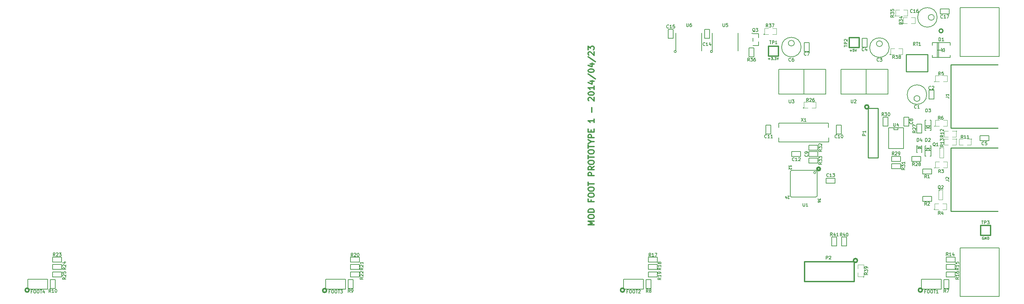
<source format=gto>
G04 (created by PCBNEW (2013-07-07 BZR 4022)-stable) date 23/04/2014 17:50:20*
%MOIN*%
G04 Gerber Fmt 3.4, Leading zero omitted, Abs format*
%FSLAX34Y34*%
G01*
G70*
G90*
G04 APERTURE LIST*
%ADD10C,0.006*%
%ADD11C,0.011811*%
%ADD12C,0.015748*%
%ADD13C,0.02*%
%ADD14C,0.01*%
%ADD15C,0.005*%
%ADD16C,0.0039*%
%ADD17C,0.0031*%
%ADD18C,0.0125*%
%ADD19C,0.012*%
%ADD20C,0.008*%
%ADD21C,0.00590551*%
%ADD22C,0.0075*%
G04 APERTURE END LIST*
G54D10*
G54D11*
X57189Y-21962D02*
X56598Y-21962D01*
X57020Y-21766D01*
X56598Y-21569D01*
X57189Y-21569D01*
X56598Y-21175D02*
X56598Y-21063D01*
X56626Y-21006D01*
X56682Y-20950D01*
X56795Y-20922D01*
X56992Y-20922D01*
X57104Y-20950D01*
X57160Y-21006D01*
X57189Y-21063D01*
X57189Y-21175D01*
X57160Y-21231D01*
X57104Y-21288D01*
X56992Y-21316D01*
X56795Y-21316D01*
X56682Y-21288D01*
X56626Y-21231D01*
X56598Y-21175D01*
X57189Y-20669D02*
X56598Y-20669D01*
X56598Y-20528D01*
X56626Y-20444D01*
X56682Y-20388D01*
X56739Y-20360D01*
X56851Y-20331D01*
X56935Y-20331D01*
X57048Y-20360D01*
X57104Y-20388D01*
X57160Y-20444D01*
X57189Y-20528D01*
X57189Y-20669D01*
X56879Y-19432D02*
X56879Y-19628D01*
X57189Y-19628D02*
X56598Y-19628D01*
X56598Y-19347D01*
X56598Y-19010D02*
X56598Y-18897D01*
X56626Y-18841D01*
X56682Y-18785D01*
X56795Y-18757D01*
X56992Y-18757D01*
X57104Y-18785D01*
X57160Y-18841D01*
X57189Y-18897D01*
X57189Y-19010D01*
X57160Y-19066D01*
X57104Y-19122D01*
X56992Y-19150D01*
X56795Y-19150D01*
X56682Y-19122D01*
X56626Y-19066D01*
X56598Y-19010D01*
X56598Y-18391D02*
X56598Y-18279D01*
X56626Y-18222D01*
X56682Y-18166D01*
X56795Y-18138D01*
X56992Y-18138D01*
X57104Y-18166D01*
X57160Y-18222D01*
X57189Y-18279D01*
X57189Y-18391D01*
X57160Y-18447D01*
X57104Y-18503D01*
X56992Y-18532D01*
X56795Y-18532D01*
X56682Y-18503D01*
X56626Y-18447D01*
X56598Y-18391D01*
X56598Y-17969D02*
X56598Y-17632D01*
X57189Y-17800D02*
X56598Y-17800D01*
X57189Y-16985D02*
X56598Y-16985D01*
X56598Y-16760D01*
X56626Y-16704D01*
X56654Y-16676D01*
X56710Y-16647D01*
X56795Y-16647D01*
X56851Y-16676D01*
X56879Y-16704D01*
X56907Y-16760D01*
X56907Y-16985D01*
X57189Y-16057D02*
X56907Y-16254D01*
X57189Y-16394D02*
X56598Y-16394D01*
X56598Y-16169D01*
X56626Y-16113D01*
X56654Y-16085D01*
X56710Y-16057D01*
X56795Y-16057D01*
X56851Y-16085D01*
X56879Y-16113D01*
X56907Y-16169D01*
X56907Y-16394D01*
X56598Y-15691D02*
X56598Y-15579D01*
X56626Y-15523D01*
X56682Y-15466D01*
X56795Y-15438D01*
X56992Y-15438D01*
X57104Y-15466D01*
X57160Y-15523D01*
X57189Y-15579D01*
X57189Y-15691D01*
X57160Y-15748D01*
X57104Y-15804D01*
X56992Y-15832D01*
X56795Y-15832D01*
X56682Y-15804D01*
X56626Y-15748D01*
X56598Y-15691D01*
X56598Y-15270D02*
X56598Y-14932D01*
X57189Y-15101D02*
X56598Y-15101D01*
X56598Y-14623D02*
X56598Y-14510D01*
X56626Y-14454D01*
X56682Y-14398D01*
X56795Y-14370D01*
X56992Y-14370D01*
X57104Y-14398D01*
X57160Y-14454D01*
X57189Y-14510D01*
X57189Y-14623D01*
X57160Y-14679D01*
X57104Y-14735D01*
X56992Y-14763D01*
X56795Y-14763D01*
X56682Y-14735D01*
X56626Y-14679D01*
X56598Y-14623D01*
X56598Y-14201D02*
X56598Y-13863D01*
X57189Y-14032D02*
X56598Y-14032D01*
X56907Y-13554D02*
X57189Y-13554D01*
X56598Y-13751D02*
X56907Y-13554D01*
X56598Y-13357D01*
X57189Y-13160D02*
X56598Y-13160D01*
X56598Y-12935D01*
X56626Y-12879D01*
X56654Y-12851D01*
X56710Y-12823D01*
X56795Y-12823D01*
X56851Y-12851D01*
X56879Y-12879D01*
X56907Y-12935D01*
X56907Y-13160D01*
X56879Y-12570D02*
X56879Y-12373D01*
X57189Y-12289D02*
X57189Y-12570D01*
X56598Y-12570D01*
X56598Y-12289D01*
X57189Y-11276D02*
X57189Y-11614D01*
X57189Y-11445D02*
X56598Y-11445D01*
X56682Y-11501D01*
X56739Y-11557D01*
X56767Y-11614D01*
X56964Y-10573D02*
X56964Y-10123D01*
X56654Y-9420D02*
X56626Y-9392D01*
X56598Y-9336D01*
X56598Y-9195D01*
X56626Y-9139D01*
X56654Y-9111D01*
X56710Y-9083D01*
X56767Y-9083D01*
X56851Y-9111D01*
X57189Y-9448D01*
X57189Y-9083D01*
X56598Y-8717D02*
X56598Y-8661D01*
X56626Y-8605D01*
X56654Y-8577D01*
X56710Y-8548D01*
X56823Y-8520D01*
X56964Y-8520D01*
X57076Y-8548D01*
X57132Y-8577D01*
X57160Y-8605D01*
X57189Y-8661D01*
X57189Y-8717D01*
X57160Y-8773D01*
X57132Y-8802D01*
X57076Y-8830D01*
X56964Y-8858D01*
X56823Y-8858D01*
X56710Y-8830D01*
X56654Y-8802D01*
X56626Y-8773D01*
X56598Y-8717D01*
X57189Y-7958D02*
X57189Y-8295D01*
X57189Y-8127D02*
X56598Y-8127D01*
X56682Y-8183D01*
X56739Y-8239D01*
X56767Y-8295D01*
X56795Y-7452D02*
X57189Y-7452D01*
X56570Y-7592D02*
X56992Y-7733D01*
X56992Y-7367D01*
X56570Y-6721D02*
X57329Y-7227D01*
X56598Y-6411D02*
X56598Y-6355D01*
X56626Y-6299D01*
X56654Y-6271D01*
X56710Y-6243D01*
X56823Y-6214D01*
X56964Y-6214D01*
X57076Y-6243D01*
X57132Y-6271D01*
X57160Y-6299D01*
X57189Y-6355D01*
X57189Y-6411D01*
X57160Y-6467D01*
X57132Y-6496D01*
X57076Y-6524D01*
X56964Y-6552D01*
X56823Y-6552D01*
X56710Y-6524D01*
X56654Y-6496D01*
X56626Y-6467D01*
X56598Y-6411D01*
X56795Y-5708D02*
X57189Y-5708D01*
X56570Y-5849D02*
X56992Y-5989D01*
X56992Y-5624D01*
X56570Y-4977D02*
X57329Y-5483D01*
X56654Y-4808D02*
X56626Y-4780D01*
X56598Y-4724D01*
X56598Y-4583D01*
X56626Y-4527D01*
X56654Y-4499D01*
X56710Y-4471D01*
X56767Y-4471D01*
X56851Y-4499D01*
X57189Y-4836D01*
X57189Y-4471D01*
X56598Y-4274D02*
X56598Y-3908D01*
X56823Y-4105D01*
X56823Y-4021D01*
X56851Y-3965D01*
X56879Y-3937D01*
X56935Y-3908D01*
X57076Y-3908D01*
X57132Y-3937D01*
X57160Y-3965D01*
X57189Y-4021D01*
X57189Y-4190D01*
X57160Y-4246D01*
X57132Y-4274D01*
G54D12*
X275Y-28543D02*
G75*
G03X275Y-28543I-196J0D01*
G74*
G01*
X30236Y-28582D02*
G75*
G03X30236Y-28582I-196J0D01*
G74*
G01*
X60236Y-28543D02*
G75*
G03X60236Y-28543I-196J0D01*
G74*
G01*
X90236Y-28543D02*
G75*
G03X90236Y-28543I-196J0D01*
G74*
G01*
X83700Y-25551D02*
G75*
G03X83700Y-25551I-196J0D01*
G74*
G01*
X84842Y-10039D02*
G75*
G03X84842Y-10039I-196J0D01*
G74*
G01*
G54D11*
X92322Y-2362D02*
G75*
G03X92322Y-2362I-196J0D01*
G74*
G01*
G54D10*
X82943Y-4355D02*
X83134Y-4355D01*
X83038Y-4451D02*
X83038Y-4260D01*
X83372Y-4201D02*
X83253Y-4201D01*
X83241Y-4320D01*
X83253Y-4308D01*
X83276Y-4296D01*
X83336Y-4296D01*
X83360Y-4308D01*
X83372Y-4320D01*
X83384Y-4344D01*
X83384Y-4403D01*
X83372Y-4427D01*
X83360Y-4439D01*
X83336Y-4451D01*
X83276Y-4451D01*
X83253Y-4439D01*
X83241Y-4427D01*
X83455Y-4201D02*
X83538Y-4451D01*
X83622Y-4201D01*
X74730Y-5190D02*
X74920Y-5190D01*
X74825Y-5286D02*
X74825Y-5095D01*
X75015Y-5036D02*
X75170Y-5036D01*
X75087Y-5131D01*
X75122Y-5131D01*
X75146Y-5143D01*
X75158Y-5155D01*
X75170Y-5179D01*
X75170Y-5238D01*
X75158Y-5262D01*
X75146Y-5274D01*
X75122Y-5286D01*
X75051Y-5286D01*
X75027Y-5274D01*
X75015Y-5262D01*
X75277Y-5262D02*
X75289Y-5274D01*
X75277Y-5286D01*
X75265Y-5274D01*
X75277Y-5262D01*
X75277Y-5286D01*
X75372Y-5036D02*
X75527Y-5036D01*
X75444Y-5131D01*
X75480Y-5131D01*
X75503Y-5143D01*
X75515Y-5155D01*
X75527Y-5179D01*
X75527Y-5238D01*
X75515Y-5262D01*
X75503Y-5274D01*
X75480Y-5286D01*
X75408Y-5286D01*
X75384Y-5274D01*
X75372Y-5262D01*
X75599Y-5036D02*
X75682Y-5286D01*
X75765Y-5036D01*
X96424Y-23188D02*
X96400Y-23176D01*
X96365Y-23176D01*
X96329Y-23188D01*
X96305Y-23211D01*
X96293Y-23235D01*
X96281Y-23283D01*
X96281Y-23319D01*
X96293Y-23366D01*
X96305Y-23390D01*
X96329Y-23414D01*
X96365Y-23426D01*
X96388Y-23426D01*
X96424Y-23414D01*
X96436Y-23402D01*
X96436Y-23319D01*
X96388Y-23319D01*
X96543Y-23426D02*
X96543Y-23176D01*
X96686Y-23426D01*
X96686Y-23176D01*
X96805Y-23426D02*
X96805Y-23176D01*
X96865Y-23176D01*
X96900Y-23188D01*
X96924Y-23211D01*
X96936Y-23235D01*
X96948Y-23283D01*
X96948Y-23319D01*
X96936Y-23366D01*
X96924Y-23390D01*
X96900Y-23414D01*
X96865Y-23426D01*
X96805Y-23426D01*
G54D13*
X79953Y-16305D02*
G75*
G03X79953Y-16305I-158J0D01*
G74*
G01*
G54D10*
X79983Y-19282D02*
X79983Y-19437D01*
X79888Y-19354D01*
X79888Y-19389D01*
X79876Y-19413D01*
X79864Y-19425D01*
X79840Y-19437D01*
X79781Y-19437D01*
X79757Y-19425D01*
X79745Y-19413D01*
X79733Y-19389D01*
X79733Y-19318D01*
X79745Y-19294D01*
X79757Y-19282D01*
X79983Y-19651D02*
X79983Y-19604D01*
X79971Y-19580D01*
X79960Y-19568D01*
X79924Y-19544D01*
X79876Y-19532D01*
X79781Y-19532D01*
X79757Y-19544D01*
X79745Y-19556D01*
X79733Y-19580D01*
X79733Y-19627D01*
X79745Y-19651D01*
X79757Y-19663D01*
X79781Y-19675D01*
X79840Y-19675D01*
X79864Y-19663D01*
X79876Y-19651D01*
X79888Y-19627D01*
X79888Y-19580D01*
X79876Y-19556D01*
X79864Y-19544D01*
X79840Y-19532D01*
X76835Y-19280D02*
X76823Y-19291D01*
X76799Y-19303D01*
X76740Y-19303D01*
X76716Y-19291D01*
X76704Y-19280D01*
X76692Y-19256D01*
X76692Y-19232D01*
X76704Y-19196D01*
X76847Y-19053D01*
X76692Y-19053D01*
X76478Y-19220D02*
X76478Y-19053D01*
X76537Y-19315D02*
X76597Y-19137D01*
X76442Y-19137D01*
X76818Y-16102D02*
X76818Y-15959D01*
X76818Y-16030D02*
X77068Y-16030D01*
X77033Y-16007D01*
X77009Y-15983D01*
X76997Y-15959D01*
X77045Y-16197D02*
X77056Y-16209D01*
X77068Y-16233D01*
X77068Y-16292D01*
X77056Y-16316D01*
X77045Y-16328D01*
X77021Y-16340D01*
X76997Y-16340D01*
X76961Y-16328D01*
X76818Y-16185D01*
X76818Y-16340D01*
G54D14*
X93115Y-20595D02*
X97850Y-20595D01*
X97850Y-14195D02*
X93115Y-14195D01*
X93115Y-20595D02*
X93115Y-14195D01*
X93115Y-12195D02*
X97850Y-12195D01*
X97850Y-5795D02*
X93115Y-5795D01*
X93115Y-12195D02*
X93115Y-5795D01*
G54D15*
X90090Y-15545D02*
X89190Y-15545D01*
X89190Y-15545D02*
X89190Y-15045D01*
X89190Y-15045D02*
X90090Y-15045D01*
X90090Y-15045D02*
X90090Y-15545D01*
X88040Y-15545D02*
X87140Y-15545D01*
X87140Y-15545D02*
X87140Y-15045D01*
X87140Y-15045D02*
X88040Y-15045D01*
X88040Y-15045D02*
X88040Y-15545D01*
X86790Y-11065D02*
X86790Y-11965D01*
X86790Y-11965D02*
X86290Y-11965D01*
X86290Y-11965D02*
X86290Y-11065D01*
X86290Y-11065D02*
X86790Y-11065D01*
X88040Y-16270D02*
X87140Y-16270D01*
X87140Y-16270D02*
X87140Y-15770D01*
X87140Y-15770D02*
X88040Y-15770D01*
X88040Y-15770D02*
X88040Y-16270D01*
X88395Y-11965D02*
X88395Y-11065D01*
X88395Y-11065D02*
X88895Y-11065D01*
X88895Y-11065D02*
X88895Y-11965D01*
X88895Y-11965D02*
X88395Y-11965D01*
X90190Y-11795D02*
X90190Y-12695D01*
X90190Y-12695D02*
X89690Y-12695D01*
X89690Y-12695D02*
X89690Y-11795D01*
X89690Y-11795D02*
X90190Y-11795D01*
X90266Y-19068D02*
X91166Y-19068D01*
X91166Y-19068D02*
X91166Y-19568D01*
X91166Y-19568D02*
X90266Y-19568D01*
X90266Y-19568D02*
X90266Y-19068D01*
X90270Y-16310D02*
X91170Y-16310D01*
X91170Y-16310D02*
X91170Y-16810D01*
X91170Y-16810D02*
X90270Y-16810D01*
X90270Y-16810D02*
X90270Y-16310D01*
X96035Y-12955D02*
X96935Y-12955D01*
X96935Y-12955D02*
X96935Y-13455D01*
X96935Y-13455D02*
X96035Y-13455D01*
X96035Y-13455D02*
X96035Y-12955D01*
G54D16*
X91533Y-7492D02*
G75*
G03X91533Y-7492I-50J0D01*
G74*
G01*
X91933Y-7492D02*
X91533Y-7492D01*
X91533Y-7492D02*
X91533Y-6892D01*
X91533Y-6892D02*
X91933Y-6892D01*
X92333Y-6892D02*
X92733Y-6892D01*
X92733Y-6892D02*
X92733Y-7492D01*
X92733Y-7492D02*
X92333Y-7492D01*
X91494Y-20405D02*
G75*
G03X91494Y-20405I-50J0D01*
G74*
G01*
X91894Y-20405D02*
X91494Y-20405D01*
X91494Y-20405D02*
X91494Y-19805D01*
X91494Y-19805D02*
X91894Y-19805D01*
X92294Y-19805D02*
X92694Y-19805D01*
X92694Y-19805D02*
X92694Y-20405D01*
X92694Y-20405D02*
X92294Y-20405D01*
X91533Y-16192D02*
G75*
G03X91533Y-16192I-50J0D01*
G74*
G01*
X91933Y-16192D02*
X91533Y-16192D01*
X91533Y-16192D02*
X91533Y-15592D01*
X91533Y-15592D02*
X91933Y-15592D01*
X92333Y-15592D02*
X92733Y-15592D01*
X92733Y-15592D02*
X92733Y-16192D01*
X92733Y-16192D02*
X92333Y-16192D01*
X95240Y-13295D02*
G75*
G03X95240Y-13295I-50J0D01*
G74*
G01*
X94740Y-13295D02*
X95140Y-13295D01*
X95140Y-13295D02*
X95140Y-13895D01*
X95140Y-13895D02*
X94740Y-13895D01*
X94340Y-13895D02*
X93940Y-13895D01*
X93940Y-13895D02*
X93940Y-13295D01*
X93940Y-13295D02*
X94340Y-13295D01*
X93740Y-13295D02*
G75*
G03X93740Y-13295I-50J0D01*
G74*
G01*
X93240Y-13295D02*
X93640Y-13295D01*
X93640Y-13295D02*
X93640Y-13895D01*
X93640Y-13895D02*
X93240Y-13895D01*
X92840Y-13895D02*
X92440Y-13895D01*
X92440Y-13895D02*
X92440Y-13295D01*
X92440Y-13295D02*
X92840Y-13295D01*
X93740Y-12495D02*
G75*
G03X93740Y-12495I-50J0D01*
G74*
G01*
X93240Y-12495D02*
X93640Y-12495D01*
X93640Y-12495D02*
X93640Y-13095D01*
X93640Y-13095D02*
X93240Y-13095D01*
X92840Y-13095D02*
X92440Y-13095D01*
X92440Y-13095D02*
X92440Y-12495D01*
X92440Y-12495D02*
X92840Y-12495D01*
X91533Y-11980D02*
G75*
G03X91533Y-11980I-50J0D01*
G74*
G01*
X91933Y-11980D02*
X91533Y-11980D01*
X91533Y-11980D02*
X91533Y-11380D01*
X91533Y-11380D02*
X91933Y-11380D01*
X92333Y-11380D02*
X92733Y-11380D01*
X92733Y-11380D02*
X92733Y-11980D01*
X92733Y-11980D02*
X92333Y-11980D01*
G54D15*
X86890Y-12145D02*
X86840Y-12145D01*
X86840Y-12145D02*
X86840Y-14245D01*
X88340Y-14245D02*
X88340Y-12145D01*
X88340Y-12145D02*
X86890Y-12145D01*
X87790Y-12145D02*
X87790Y-12345D01*
X87790Y-12345D02*
X87390Y-12345D01*
X87390Y-12345D02*
X87390Y-12145D01*
X88340Y-14245D02*
X86840Y-14245D01*
G54D17*
X92097Y-14209D02*
G75*
G03X92097Y-14209I-62J0D01*
G74*
G01*
X92372Y-15172D02*
X91972Y-15172D01*
X92372Y-14147D02*
X91972Y-14147D01*
X91972Y-15172D02*
X91972Y-14147D01*
X92372Y-14147D02*
X92372Y-15172D01*
X92018Y-18461D02*
G75*
G03X92018Y-18461I-62J0D01*
G74*
G01*
X92294Y-19424D02*
X91894Y-19424D01*
X92294Y-18399D02*
X91894Y-18399D01*
X91894Y-19424D02*
X91894Y-18399D01*
X92294Y-18399D02*
X92294Y-19424D01*
G54D15*
X79514Y-16671D02*
G75*
G03X79514Y-16671I-109J0D01*
G74*
G01*
X79531Y-16448D02*
X77059Y-16448D01*
X77059Y-16448D02*
X76938Y-16569D01*
X76938Y-16569D02*
X76938Y-19041D01*
X76938Y-19041D02*
X77059Y-19162D01*
X77059Y-19162D02*
X79531Y-19162D01*
X79531Y-19162D02*
X79652Y-19041D01*
X79652Y-19041D02*
X79652Y-16569D01*
X79652Y-16569D02*
X79531Y-16448D01*
X69079Y-2570D02*
X69079Y-4370D01*
X71679Y-4370D02*
X71679Y-2570D01*
X69115Y-4447D02*
G75*
G03X69115Y-4447I-111J0D01*
G74*
G01*
X65429Y-2570D02*
X65429Y-4370D01*
X68029Y-4370D02*
X68029Y-2570D01*
X65465Y-4447D02*
G75*
G03X65465Y-4447I-111J0D01*
G74*
G01*
G54D14*
X90782Y-4733D02*
X90782Y-6466D01*
X90782Y-6466D02*
X88617Y-6466D01*
X88617Y-6466D02*
X88617Y-4733D01*
X88617Y-4733D02*
X90782Y-4733D01*
G54D16*
X78325Y-10150D02*
G75*
G03X78325Y-10150I-50J0D01*
G74*
G01*
X78725Y-10150D02*
X78325Y-10150D01*
X78325Y-10150D02*
X78325Y-9550D01*
X78325Y-9550D02*
X78725Y-9550D01*
X79125Y-9550D02*
X79525Y-9550D01*
X79525Y-9550D02*
X79525Y-10150D01*
X79525Y-10150D02*
X79125Y-10150D01*
X74350Y-2700D02*
G75*
G03X74350Y-2700I-50J0D01*
G74*
G01*
X74750Y-2700D02*
X74350Y-2700D01*
X74350Y-2700D02*
X74350Y-2100D01*
X74350Y-2100D02*
X74750Y-2100D01*
X75150Y-2100D02*
X75550Y-2100D01*
X75550Y-2100D02*
X75550Y-2700D01*
X75550Y-2700D02*
X75150Y-2700D01*
G54D15*
X92640Y-25200D02*
X93540Y-25200D01*
X93540Y-25200D02*
X93540Y-25700D01*
X93540Y-25700D02*
X92640Y-25700D01*
X92640Y-25700D02*
X92640Y-25200D01*
X33540Y-26450D02*
X32640Y-26450D01*
X32640Y-26450D02*
X32640Y-25950D01*
X32640Y-25950D02*
X33540Y-25950D01*
X33540Y-25950D02*
X33540Y-26450D01*
X33540Y-27200D02*
X32640Y-27200D01*
X32640Y-27200D02*
X32640Y-26700D01*
X32640Y-26700D02*
X33540Y-26700D01*
X33540Y-26700D02*
X33540Y-27200D01*
X63540Y-25700D02*
X62640Y-25700D01*
X62640Y-25700D02*
X62640Y-25200D01*
X62640Y-25200D02*
X63540Y-25200D01*
X63540Y-25200D02*
X63540Y-25700D01*
X63540Y-26450D02*
X62640Y-26450D01*
X62640Y-26450D02*
X62640Y-25950D01*
X62640Y-25950D02*
X63540Y-25950D01*
X63540Y-25950D02*
X63540Y-26450D01*
X63540Y-27200D02*
X62640Y-27200D01*
X62640Y-27200D02*
X62640Y-26700D01*
X62640Y-26700D02*
X63540Y-26700D01*
X63540Y-26700D02*
X63540Y-27200D01*
X92640Y-26700D02*
X93540Y-26700D01*
X93540Y-26700D02*
X93540Y-27200D01*
X93540Y-27200D02*
X92640Y-27200D01*
X92640Y-27200D02*
X92640Y-26700D01*
X92640Y-25950D02*
X93540Y-25950D01*
X93540Y-25950D02*
X93540Y-26450D01*
X93540Y-26450D02*
X92640Y-26450D01*
X92640Y-26450D02*
X92640Y-25950D01*
X92907Y-27490D02*
X92907Y-28390D01*
X92907Y-28390D02*
X92407Y-28390D01*
X92407Y-28390D02*
X92407Y-27490D01*
X92407Y-27490D02*
X92907Y-27490D01*
X33540Y-25700D02*
X32640Y-25700D01*
X32640Y-25700D02*
X32640Y-25200D01*
X32640Y-25200D02*
X33540Y-25200D01*
X33540Y-25200D02*
X33540Y-25700D01*
X3550Y-27200D02*
X2650Y-27200D01*
X2650Y-27200D02*
X2650Y-26700D01*
X2650Y-26700D02*
X3550Y-26700D01*
X3550Y-26700D02*
X3550Y-27200D01*
X3550Y-26450D02*
X2650Y-26450D01*
X2650Y-26450D02*
X2650Y-25950D01*
X2650Y-25950D02*
X3550Y-25950D01*
X3550Y-25950D02*
X3550Y-26450D01*
X3550Y-25700D02*
X2650Y-25700D01*
X2650Y-25700D02*
X2650Y-25200D01*
X2650Y-25200D02*
X3550Y-25200D01*
X3550Y-25200D02*
X3550Y-25700D01*
X91400Y-8350D02*
X91400Y-9250D01*
X91400Y-9250D02*
X90900Y-9250D01*
X90900Y-9250D02*
X90900Y-8350D01*
X90900Y-8350D02*
X91400Y-8350D01*
X79720Y-14405D02*
X78820Y-14405D01*
X78820Y-14405D02*
X78820Y-13905D01*
X78820Y-13905D02*
X79720Y-13905D01*
X79720Y-13905D02*
X79720Y-14405D01*
X64650Y-3100D02*
X64650Y-2200D01*
X64650Y-2200D02*
X65150Y-2200D01*
X65150Y-2200D02*
X65150Y-3100D01*
X65150Y-3100D02*
X64650Y-3100D01*
X68300Y-3100D02*
X68300Y-2200D01*
X68300Y-2200D02*
X68800Y-2200D01*
X68800Y-2200D02*
X68800Y-3100D01*
X68800Y-3100D02*
X68300Y-3100D01*
X92050Y-150D02*
X92950Y-150D01*
X92950Y-150D02*
X92950Y-650D01*
X92950Y-650D02*
X92050Y-650D01*
X92050Y-650D02*
X92050Y-150D01*
X72790Y-4995D02*
X72790Y-4095D01*
X72790Y-4095D02*
X73290Y-4095D01*
X73290Y-4095D02*
X73290Y-4995D01*
X73290Y-4995D02*
X72790Y-4995D01*
X62917Y-27490D02*
X62917Y-28390D01*
X62917Y-28390D02*
X62417Y-28390D01*
X62417Y-28390D02*
X62417Y-27490D01*
X62417Y-27490D02*
X62917Y-27490D01*
X80565Y-17260D02*
X81465Y-17260D01*
X81465Y-17260D02*
X81465Y-17760D01*
X81465Y-17760D02*
X80565Y-17760D01*
X80565Y-17760D02*
X80565Y-17260D01*
X77995Y-15060D02*
X77095Y-15060D01*
X77095Y-15060D02*
X77095Y-14560D01*
X77095Y-14560D02*
X77995Y-14560D01*
X77995Y-14560D02*
X77995Y-15060D01*
X82090Y-11880D02*
X82090Y-12780D01*
X82090Y-12780D02*
X81590Y-12780D01*
X81590Y-12780D02*
X81590Y-11880D01*
X81590Y-11880D02*
X82090Y-11880D01*
X74995Y-11880D02*
X74995Y-12780D01*
X74995Y-12780D02*
X74495Y-12780D01*
X74495Y-12780D02*
X74495Y-11880D01*
X74495Y-11880D02*
X74995Y-11880D01*
X79725Y-15705D02*
X78825Y-15705D01*
X78825Y-15705D02*
X78825Y-15205D01*
X78825Y-15205D02*
X79725Y-15205D01*
X79725Y-15205D02*
X79725Y-15705D01*
X78825Y-14555D02*
X79725Y-14555D01*
X79725Y-14555D02*
X79725Y-15055D01*
X79725Y-15055D02*
X78825Y-15055D01*
X78825Y-15055D02*
X78825Y-14555D01*
X78350Y-4450D02*
X78350Y-3550D01*
X78350Y-3550D02*
X78850Y-3550D01*
X78850Y-3550D02*
X78850Y-4450D01*
X78850Y-4450D02*
X78350Y-4450D01*
X32917Y-27490D02*
X32917Y-28390D01*
X32917Y-28390D02*
X32417Y-28390D01*
X32417Y-28390D02*
X32417Y-27490D01*
X32417Y-27490D02*
X32917Y-27490D01*
X2917Y-27490D02*
X2917Y-28390D01*
X2917Y-28390D02*
X2417Y-28390D01*
X2417Y-28390D02*
X2417Y-27490D01*
X2417Y-27490D02*
X2917Y-27490D01*
X84170Y-4000D02*
X84170Y-3100D01*
X84170Y-3100D02*
X84670Y-3100D01*
X84670Y-3100D02*
X84670Y-4000D01*
X84670Y-4000D02*
X84170Y-4000D01*
G54D18*
X75750Y-3900D02*
X74750Y-3900D01*
X75750Y-4900D02*
X74750Y-4900D01*
G54D19*
X75750Y-3900D02*
X75750Y-4900D01*
X74750Y-4900D02*
X74750Y-3900D01*
X83375Y-27695D02*
X78375Y-27695D01*
X78375Y-27695D02*
X78375Y-25695D01*
X78375Y-25695D02*
X83375Y-25695D01*
X83375Y-25695D02*
X83375Y-27695D01*
G54D10*
X60157Y-28440D02*
X60157Y-27440D01*
X60157Y-27440D02*
X62157Y-27440D01*
X62157Y-27440D02*
X62157Y-28440D01*
X62157Y-28440D02*
X60157Y-28440D01*
X157Y-28440D02*
X157Y-27440D01*
X157Y-27440D02*
X2157Y-27440D01*
X2157Y-27440D02*
X2157Y-28440D01*
X2157Y-28440D02*
X157Y-28440D01*
X30157Y-28440D02*
X30157Y-27440D01*
X30157Y-27440D02*
X32157Y-27440D01*
X32157Y-27440D02*
X32157Y-28440D01*
X32157Y-28440D02*
X30157Y-28440D01*
X90157Y-28440D02*
X90157Y-27440D01*
X90157Y-27440D02*
X92157Y-27440D01*
X92157Y-27440D02*
X92157Y-28440D01*
X92157Y-28440D02*
X90157Y-28440D01*
X75795Y-11680D02*
X75795Y-12110D01*
X80805Y-13150D02*
X80805Y-13580D01*
X80805Y-13580D02*
X75795Y-13580D01*
X75795Y-13580D02*
X75795Y-13150D01*
X75795Y-11680D02*
X80795Y-11680D01*
X80795Y-11680D02*
X80795Y-12110D01*
G54D20*
X78310Y-8760D02*
X75790Y-8760D01*
X75790Y-8760D02*
X75790Y-6320D01*
X75790Y-6320D02*
X75790Y-6240D01*
X75790Y-6240D02*
X78300Y-6240D01*
X80510Y-8760D02*
X80510Y-6240D01*
X80510Y-6240D02*
X78310Y-6240D01*
X78310Y-6240D02*
X78310Y-8760D01*
X78310Y-8760D02*
X80510Y-8760D01*
X78310Y-8680D02*
X78310Y-6330D01*
X84580Y-8760D02*
X82060Y-8760D01*
X82060Y-8760D02*
X82060Y-6320D01*
X82060Y-6320D02*
X82060Y-6240D01*
X82060Y-6240D02*
X84570Y-6240D01*
X86780Y-8760D02*
X86780Y-6240D01*
X86780Y-6240D02*
X84580Y-6240D01*
X84580Y-6240D02*
X84580Y-8760D01*
X84580Y-8760D02*
X86780Y-8760D01*
X84580Y-8680D02*
X84580Y-6330D01*
G54D15*
X92450Y-4300D02*
X92530Y-4300D01*
X93050Y-5050D02*
X91250Y-5050D01*
X91250Y-5050D02*
X91250Y-4800D01*
X91890Y-3550D02*
X91890Y-5050D01*
X91760Y-3550D02*
X91760Y-5050D01*
X93050Y-3800D02*
X93050Y-3550D01*
X93050Y-3550D02*
X91250Y-3550D01*
X91250Y-3550D02*
X91250Y-3800D01*
X93050Y-4800D02*
X93050Y-5050D01*
X92200Y-4300D02*
X92450Y-4487D01*
X92450Y-4487D02*
X92450Y-4300D01*
X92450Y-4300D02*
X92450Y-4113D01*
X92450Y-4113D02*
X92200Y-4300D01*
X92200Y-4300D02*
X92200Y-4425D01*
X92200Y-4425D02*
X92262Y-4487D01*
X92200Y-4300D02*
X92200Y-4175D01*
X92200Y-4175D02*
X92138Y-4113D01*
X92200Y-4300D02*
X91763Y-4300D01*
G54D21*
X86215Y-3656D02*
G75*
G03X86215Y-3656I-295J0D01*
G74*
G01*
X86904Y-4050D02*
G75*
G03X86904Y-4050I-984J0D01*
G74*
G01*
X89995Y-9193D02*
G75*
G03X89995Y-9193I-295J0D01*
G74*
G01*
X90684Y-8800D02*
G75*
G03X90684Y-8800I-984J0D01*
G74*
G01*
X77345Y-3606D02*
G75*
G03X77345Y-3606I-295J0D01*
G74*
G01*
X78034Y-4000D02*
G75*
G03X78034Y-4000I-984J0D01*
G74*
G01*
X91438Y-1000D02*
G75*
G03X91438Y-1000I-295J0D01*
G74*
G01*
X91734Y-1000D02*
G75*
G03X91734Y-1000I-984J0D01*
G74*
G01*
X94051Y-4930D02*
X94051Y-9D01*
X94051Y-9D02*
X97988Y-9D01*
X97988Y-9D02*
X97988Y-4930D01*
X97988Y-4930D02*
X94051Y-4930D01*
X94051Y-29185D02*
X94051Y-24264D01*
X94051Y-24264D02*
X97988Y-24264D01*
X97988Y-24264D02*
X97988Y-29185D01*
X97988Y-29185D02*
X94051Y-29185D01*
G54D16*
X87050Y-4740D02*
G75*
G03X87050Y-4740I-50J0D01*
G74*
G01*
X87450Y-4740D02*
X87050Y-4740D01*
X87050Y-4740D02*
X87050Y-4140D01*
X87050Y-4140D02*
X87450Y-4140D01*
X87850Y-4140D02*
X88250Y-4140D01*
X88250Y-4140D02*
X88250Y-4740D01*
X88250Y-4740D02*
X87850Y-4740D01*
G54D18*
X83870Y-3050D02*
X82870Y-3050D01*
X83870Y-4050D02*
X82870Y-4050D01*
G54D19*
X83870Y-3050D02*
X83870Y-4050D01*
X82870Y-4050D02*
X82870Y-3050D01*
G54D16*
X84390Y-27215D02*
G75*
G03X84390Y-27215I-50J0D01*
G74*
G01*
X84340Y-26765D02*
X84340Y-27165D01*
X84340Y-27165D02*
X83740Y-27165D01*
X83740Y-27165D02*
X83740Y-26765D01*
X83740Y-26365D02*
X83740Y-25965D01*
X83740Y-25965D02*
X84340Y-25965D01*
X84340Y-25965D02*
X84340Y-26365D01*
G54D15*
X81620Y-23180D02*
X81620Y-24080D01*
X81620Y-24080D02*
X81120Y-24080D01*
X81120Y-24080D02*
X81120Y-23180D01*
X81120Y-23180D02*
X81620Y-23180D01*
X82610Y-23180D02*
X82610Y-24080D01*
X82610Y-24080D02*
X82110Y-24080D01*
X82110Y-24080D02*
X82110Y-23180D01*
X82110Y-23180D02*
X82610Y-23180D01*
G54D10*
X73189Y-3067D02*
X73189Y-3422D01*
X73740Y-3835D02*
X73740Y-3441D01*
X73740Y-2654D02*
X73740Y-3048D01*
X73740Y-3835D02*
X73189Y-3835D01*
X73740Y-2654D02*
X73189Y-2654D01*
G54D17*
X73173Y-2604D02*
G75*
G03X73173Y-2604I-62J0D01*
G74*
G01*
G54D14*
X84785Y-10170D02*
X84785Y-15170D01*
X85785Y-15170D02*
X85785Y-10170D01*
X85785Y-10170D02*
X84785Y-10170D01*
X84785Y-15170D02*
X85785Y-15170D01*
G54D22*
X90510Y-11364D02*
X90605Y-11364D01*
X91119Y-11364D02*
X91025Y-11364D01*
X91121Y-12426D02*
X91025Y-12426D01*
X90510Y-12426D02*
X90605Y-12426D01*
X91120Y-11364D02*
X91120Y-12426D01*
X90510Y-12426D02*
X90510Y-11364D01*
X90510Y-12171D02*
X91120Y-12171D01*
X90815Y-12171D02*
X90579Y-11934D01*
X90579Y-11934D02*
X91051Y-11934D01*
X91051Y-11934D02*
X90815Y-12171D01*
X91120Y-15026D02*
X91025Y-15026D01*
X90511Y-15026D02*
X90605Y-15026D01*
X90509Y-13964D02*
X90605Y-13964D01*
X91120Y-13964D02*
X91025Y-13964D01*
X90510Y-15026D02*
X90510Y-13964D01*
X91120Y-13964D02*
X91120Y-15026D01*
X91120Y-14219D02*
X90510Y-14219D01*
X90815Y-14219D02*
X91051Y-14456D01*
X91051Y-14456D02*
X90579Y-14456D01*
X90579Y-14456D02*
X90815Y-14219D01*
X90186Y-14088D02*
X89694Y-14088D01*
X90107Y-14256D02*
X89773Y-14256D01*
X89773Y-14256D02*
X89940Y-14088D01*
X89940Y-14088D02*
X90107Y-14256D01*
X89694Y-13960D02*
X89743Y-13960D01*
X90186Y-13960D02*
X90137Y-13960D01*
X89694Y-14630D02*
X89743Y-14630D01*
X90186Y-14630D02*
X90137Y-14630D01*
X89696Y-13960D02*
X89696Y-14630D01*
X90188Y-13960D02*
X90188Y-14630D01*
G54D18*
X96110Y-23020D02*
X97110Y-23020D01*
X96110Y-22020D02*
X97110Y-22020D01*
G54D19*
X96110Y-23020D02*
X96110Y-22020D01*
X97110Y-22020D02*
X97110Y-23020D01*
G54D16*
X87557Y-858D02*
G75*
G03X87557Y-858I-50J0D01*
G74*
G01*
X87957Y-858D02*
X87557Y-858D01*
X87557Y-858D02*
X87557Y-258D01*
X87557Y-258D02*
X87957Y-258D01*
X88357Y-258D02*
X88757Y-258D01*
X88757Y-258D02*
X88757Y-858D01*
X88757Y-858D02*
X88357Y-858D01*
X88305Y-1606D02*
G75*
G03X88305Y-1606I-50J0D01*
G74*
G01*
X88705Y-1606D02*
X88305Y-1606D01*
X88305Y-1606D02*
X88305Y-1006D01*
X88305Y-1006D02*
X88705Y-1006D01*
X89105Y-1006D02*
X89505Y-1006D01*
X89505Y-1006D02*
X89505Y-1606D01*
X89505Y-1606D02*
X89105Y-1606D01*
G54D10*
X92599Y-17451D02*
X92828Y-17451D01*
X92873Y-17466D01*
X92904Y-17497D01*
X92919Y-17543D01*
X92919Y-17573D01*
X92630Y-17314D02*
X92614Y-17299D01*
X92599Y-17268D01*
X92599Y-17192D01*
X92614Y-17162D01*
X92630Y-17146D01*
X92660Y-17131D01*
X92690Y-17131D01*
X92736Y-17146D01*
X92919Y-17329D01*
X92919Y-17131D01*
X92599Y-9051D02*
X92828Y-9051D01*
X92873Y-9066D01*
X92904Y-9097D01*
X92919Y-9143D01*
X92919Y-9173D01*
X92919Y-8731D02*
X92919Y-8914D01*
X92919Y-8823D02*
X92599Y-8823D01*
X92645Y-8853D01*
X92675Y-8884D01*
X92690Y-8914D01*
X89444Y-15979D02*
X89337Y-15827D01*
X89261Y-15979D02*
X89261Y-15659D01*
X89383Y-15659D01*
X89413Y-15674D01*
X89429Y-15690D01*
X89444Y-15720D01*
X89444Y-15766D01*
X89429Y-15796D01*
X89413Y-15811D01*
X89383Y-15827D01*
X89261Y-15827D01*
X89566Y-15690D02*
X89581Y-15674D01*
X89611Y-15659D01*
X89688Y-15659D01*
X89718Y-15674D01*
X89733Y-15690D01*
X89749Y-15720D01*
X89749Y-15750D01*
X89733Y-15796D01*
X89550Y-15979D01*
X89749Y-15979D01*
X89931Y-15796D02*
X89901Y-15781D01*
X89886Y-15766D01*
X89870Y-15735D01*
X89870Y-15720D01*
X89886Y-15690D01*
X89901Y-15674D01*
X89931Y-15659D01*
X89992Y-15659D01*
X90023Y-15674D01*
X90038Y-15690D01*
X90053Y-15720D01*
X90053Y-15735D01*
X90038Y-15766D01*
X90023Y-15781D01*
X89992Y-15796D01*
X89931Y-15796D01*
X89901Y-15811D01*
X89886Y-15827D01*
X89870Y-15857D01*
X89870Y-15918D01*
X89886Y-15949D01*
X89901Y-15964D01*
X89931Y-15979D01*
X89992Y-15979D01*
X90023Y-15964D01*
X90038Y-15949D01*
X90053Y-15918D01*
X90053Y-15857D01*
X90038Y-15827D01*
X90023Y-15811D01*
X89992Y-15796D01*
X87384Y-14899D02*
X87277Y-14747D01*
X87201Y-14899D02*
X87201Y-14579D01*
X87323Y-14579D01*
X87353Y-14594D01*
X87369Y-14610D01*
X87384Y-14640D01*
X87384Y-14686D01*
X87369Y-14716D01*
X87353Y-14731D01*
X87323Y-14747D01*
X87201Y-14747D01*
X87506Y-14610D02*
X87521Y-14594D01*
X87551Y-14579D01*
X87628Y-14579D01*
X87658Y-14594D01*
X87673Y-14610D01*
X87689Y-14640D01*
X87689Y-14670D01*
X87673Y-14716D01*
X87490Y-14899D01*
X87689Y-14899D01*
X87841Y-14899D02*
X87902Y-14899D01*
X87932Y-14884D01*
X87948Y-14869D01*
X87978Y-14823D01*
X87993Y-14762D01*
X87993Y-14640D01*
X87978Y-14610D01*
X87963Y-14594D01*
X87932Y-14579D01*
X87871Y-14579D01*
X87841Y-14594D01*
X87826Y-14610D01*
X87810Y-14640D01*
X87810Y-14716D01*
X87826Y-14747D01*
X87841Y-14762D01*
X87871Y-14777D01*
X87932Y-14777D01*
X87963Y-14762D01*
X87978Y-14747D01*
X87993Y-14716D01*
X86359Y-10944D02*
X86252Y-10792D01*
X86176Y-10944D02*
X86176Y-10624D01*
X86298Y-10624D01*
X86328Y-10639D01*
X86344Y-10655D01*
X86359Y-10685D01*
X86359Y-10731D01*
X86344Y-10761D01*
X86328Y-10776D01*
X86298Y-10792D01*
X86176Y-10792D01*
X86465Y-10624D02*
X86664Y-10624D01*
X86557Y-10746D01*
X86603Y-10746D01*
X86633Y-10761D01*
X86648Y-10776D01*
X86664Y-10807D01*
X86664Y-10883D01*
X86648Y-10914D01*
X86633Y-10929D01*
X86603Y-10944D01*
X86511Y-10944D01*
X86481Y-10929D01*
X86465Y-10914D01*
X86862Y-10624D02*
X86892Y-10624D01*
X86923Y-10639D01*
X86938Y-10655D01*
X86953Y-10685D01*
X86968Y-10746D01*
X86968Y-10822D01*
X86953Y-10883D01*
X86938Y-10914D01*
X86923Y-10929D01*
X86892Y-10944D01*
X86862Y-10944D01*
X86831Y-10929D01*
X86816Y-10914D01*
X86801Y-10883D01*
X86785Y-10822D01*
X86785Y-10746D01*
X86801Y-10685D01*
X86816Y-10655D01*
X86831Y-10639D01*
X86862Y-10624D01*
X88479Y-16195D02*
X88327Y-16302D01*
X88479Y-16378D02*
X88159Y-16378D01*
X88159Y-16256D01*
X88174Y-16226D01*
X88190Y-16210D01*
X88220Y-16195D01*
X88266Y-16195D01*
X88296Y-16210D01*
X88311Y-16226D01*
X88327Y-16256D01*
X88327Y-16378D01*
X88159Y-16089D02*
X88159Y-15890D01*
X88281Y-15997D01*
X88281Y-15951D01*
X88296Y-15921D01*
X88311Y-15906D01*
X88342Y-15890D01*
X88418Y-15890D01*
X88449Y-15906D01*
X88464Y-15921D01*
X88479Y-15951D01*
X88479Y-16043D01*
X88464Y-16073D01*
X88449Y-16089D01*
X88479Y-15586D02*
X88479Y-15769D01*
X88479Y-15677D02*
X88159Y-15677D01*
X88205Y-15708D01*
X88235Y-15738D01*
X88250Y-15769D01*
X89249Y-11553D02*
X89264Y-11568D01*
X89279Y-11614D01*
X89279Y-11644D01*
X89264Y-11690D01*
X89233Y-11720D01*
X89203Y-11736D01*
X89142Y-11751D01*
X89096Y-11751D01*
X89035Y-11736D01*
X89005Y-11720D01*
X88974Y-11690D01*
X88959Y-11644D01*
X88959Y-11614D01*
X88974Y-11568D01*
X88990Y-11553D01*
X89096Y-11370D02*
X89081Y-11400D01*
X89066Y-11416D01*
X89035Y-11431D01*
X89020Y-11431D01*
X88990Y-11416D01*
X88974Y-11400D01*
X88959Y-11370D01*
X88959Y-11309D01*
X88974Y-11279D01*
X88990Y-11263D01*
X89020Y-11248D01*
X89035Y-11248D01*
X89066Y-11263D01*
X89081Y-11279D01*
X89096Y-11309D01*
X89096Y-11370D01*
X89111Y-11400D01*
X89127Y-11416D01*
X89157Y-11431D01*
X89218Y-11431D01*
X89249Y-11416D01*
X89264Y-11400D01*
X89279Y-11370D01*
X89279Y-11309D01*
X89264Y-11279D01*
X89249Y-11263D01*
X89218Y-11248D01*
X89157Y-11248D01*
X89127Y-11263D01*
X89111Y-11279D01*
X89096Y-11309D01*
X89594Y-12450D02*
X89442Y-12557D01*
X89594Y-12633D02*
X89274Y-12633D01*
X89274Y-12511D01*
X89289Y-12481D01*
X89305Y-12465D01*
X89335Y-12450D01*
X89381Y-12450D01*
X89411Y-12465D01*
X89426Y-12481D01*
X89442Y-12511D01*
X89442Y-12633D01*
X89305Y-12328D02*
X89289Y-12313D01*
X89274Y-12283D01*
X89274Y-12206D01*
X89289Y-12176D01*
X89305Y-12161D01*
X89335Y-12145D01*
X89365Y-12145D01*
X89411Y-12161D01*
X89594Y-12344D01*
X89594Y-12145D01*
X89274Y-12039D02*
X89274Y-11825D01*
X89594Y-11963D01*
X90672Y-19977D02*
X90566Y-19825D01*
X90489Y-19977D02*
X90489Y-19657D01*
X90611Y-19657D01*
X90642Y-19672D01*
X90657Y-19688D01*
X90672Y-19718D01*
X90672Y-19764D01*
X90657Y-19794D01*
X90642Y-19810D01*
X90611Y-19825D01*
X90489Y-19825D01*
X90794Y-19688D02*
X90809Y-19672D01*
X90840Y-19657D01*
X90916Y-19657D01*
X90947Y-19672D01*
X90962Y-19688D01*
X90977Y-19718D01*
X90977Y-19749D01*
X90962Y-19794D01*
X90779Y-19977D01*
X90977Y-19977D01*
X90676Y-17219D02*
X90570Y-17067D01*
X90493Y-17219D02*
X90493Y-16899D01*
X90615Y-16899D01*
X90646Y-16914D01*
X90661Y-16930D01*
X90676Y-16960D01*
X90676Y-17006D01*
X90661Y-17036D01*
X90646Y-17051D01*
X90615Y-17067D01*
X90493Y-17067D01*
X90981Y-17219D02*
X90798Y-17219D01*
X90890Y-17219D02*
X90890Y-16899D01*
X90859Y-16945D01*
X90829Y-16975D01*
X90798Y-16990D01*
X96446Y-13849D02*
X96431Y-13864D01*
X96385Y-13879D01*
X96355Y-13879D01*
X96309Y-13864D01*
X96279Y-13833D01*
X96263Y-13803D01*
X96248Y-13742D01*
X96248Y-13696D01*
X96263Y-13635D01*
X96279Y-13605D01*
X96309Y-13574D01*
X96355Y-13559D01*
X96385Y-13559D01*
X96431Y-13574D01*
X96446Y-13590D01*
X96736Y-13559D02*
X96583Y-13559D01*
X96568Y-13711D01*
X96583Y-13696D01*
X96614Y-13681D01*
X96690Y-13681D01*
X96720Y-13696D01*
X96736Y-13711D01*
X96751Y-13742D01*
X96751Y-13818D01*
X96736Y-13849D01*
X96720Y-13864D01*
X96690Y-13879D01*
X96614Y-13879D01*
X96583Y-13864D01*
X96568Y-13849D01*
X92065Y-6826D02*
X91958Y-6674D01*
X91882Y-6826D02*
X91882Y-6506D01*
X92004Y-6506D01*
X92034Y-6521D01*
X92049Y-6537D01*
X92065Y-6567D01*
X92065Y-6613D01*
X92049Y-6643D01*
X92034Y-6659D01*
X92004Y-6674D01*
X91882Y-6674D01*
X92354Y-6506D02*
X92202Y-6506D01*
X92187Y-6659D01*
X92202Y-6643D01*
X92232Y-6628D01*
X92308Y-6628D01*
X92339Y-6643D01*
X92354Y-6659D01*
X92369Y-6689D01*
X92369Y-6765D01*
X92354Y-6796D01*
X92339Y-6811D01*
X92308Y-6826D01*
X92232Y-6826D01*
X92202Y-6811D01*
X92187Y-6796D01*
X92040Y-20904D02*
X91934Y-20751D01*
X91857Y-20904D02*
X91857Y-20584D01*
X91979Y-20584D01*
X92010Y-20599D01*
X92025Y-20614D01*
X92040Y-20645D01*
X92040Y-20690D01*
X92025Y-20721D01*
X92010Y-20736D01*
X91979Y-20751D01*
X91857Y-20751D01*
X92315Y-20690D02*
X92315Y-20904D01*
X92238Y-20569D02*
X92162Y-20797D01*
X92360Y-20797D01*
X92080Y-16691D02*
X91973Y-16539D01*
X91897Y-16691D02*
X91897Y-16371D01*
X92019Y-16371D01*
X92049Y-16386D01*
X92064Y-16402D01*
X92080Y-16432D01*
X92080Y-16478D01*
X92064Y-16508D01*
X92049Y-16524D01*
X92019Y-16539D01*
X91897Y-16539D01*
X92186Y-16371D02*
X92384Y-16371D01*
X92278Y-16493D01*
X92323Y-16493D01*
X92354Y-16508D01*
X92369Y-16524D01*
X92384Y-16554D01*
X92384Y-16630D01*
X92369Y-16661D01*
X92354Y-16676D01*
X92323Y-16691D01*
X92232Y-16691D01*
X92202Y-16676D01*
X92186Y-16661D01*
X94334Y-13224D02*
X94227Y-13072D01*
X94151Y-13224D02*
X94151Y-12904D01*
X94273Y-12904D01*
X94303Y-12919D01*
X94319Y-12935D01*
X94334Y-12965D01*
X94334Y-13011D01*
X94319Y-13041D01*
X94303Y-13056D01*
X94273Y-13072D01*
X94151Y-13072D01*
X94639Y-13224D02*
X94456Y-13224D01*
X94547Y-13224D02*
X94547Y-12904D01*
X94517Y-12950D01*
X94486Y-12980D01*
X94456Y-12995D01*
X94943Y-13224D02*
X94760Y-13224D01*
X94852Y-13224D02*
X94852Y-12904D01*
X94821Y-12950D01*
X94791Y-12980D01*
X94760Y-12995D01*
X92379Y-13855D02*
X92227Y-13962D01*
X92379Y-14038D02*
X92059Y-14038D01*
X92059Y-13916D01*
X92074Y-13886D01*
X92090Y-13870D01*
X92120Y-13855D01*
X92166Y-13855D01*
X92196Y-13870D01*
X92211Y-13886D01*
X92227Y-13916D01*
X92227Y-14038D01*
X92379Y-13550D02*
X92379Y-13733D01*
X92379Y-13642D02*
X92059Y-13642D01*
X92105Y-13672D01*
X92135Y-13703D01*
X92150Y-13733D01*
X92059Y-13444D02*
X92059Y-13246D01*
X92181Y-13352D01*
X92181Y-13307D01*
X92196Y-13276D01*
X92211Y-13261D01*
X92242Y-13246D01*
X92318Y-13246D01*
X92349Y-13261D01*
X92364Y-13276D01*
X92379Y-13307D01*
X92379Y-13398D01*
X92364Y-13429D01*
X92349Y-13444D01*
X92379Y-12905D02*
X92227Y-13012D01*
X92379Y-13088D02*
X92059Y-13088D01*
X92059Y-12966D01*
X92074Y-12936D01*
X92090Y-12920D01*
X92120Y-12905D01*
X92166Y-12905D01*
X92196Y-12920D01*
X92211Y-12936D01*
X92227Y-12966D01*
X92227Y-13088D01*
X92379Y-12600D02*
X92379Y-12783D01*
X92379Y-12692D02*
X92059Y-12692D01*
X92105Y-12722D01*
X92135Y-12753D01*
X92150Y-12783D01*
X92090Y-12479D02*
X92074Y-12463D01*
X92059Y-12433D01*
X92059Y-12357D01*
X92074Y-12326D01*
X92090Y-12311D01*
X92120Y-12296D01*
X92150Y-12296D01*
X92196Y-12311D01*
X92379Y-12494D01*
X92379Y-12296D01*
X92040Y-11298D02*
X91934Y-11145D01*
X91857Y-11298D02*
X91857Y-10978D01*
X91979Y-10978D01*
X92010Y-10993D01*
X92025Y-11008D01*
X92040Y-11038D01*
X92040Y-11084D01*
X92025Y-11115D01*
X92010Y-11130D01*
X91979Y-11145D01*
X91857Y-11145D01*
X92315Y-10978D02*
X92254Y-10978D01*
X92223Y-10993D01*
X92208Y-11008D01*
X92177Y-11054D01*
X92162Y-11115D01*
X92162Y-11237D01*
X92177Y-11267D01*
X92193Y-11282D01*
X92223Y-11298D01*
X92284Y-11298D01*
X92315Y-11282D01*
X92330Y-11267D01*
X92345Y-11237D01*
X92345Y-11160D01*
X92330Y-11130D01*
X92315Y-11115D01*
X92284Y-11099D01*
X92223Y-11099D01*
X92193Y-11115D01*
X92177Y-11130D01*
X92162Y-11160D01*
X87346Y-11679D02*
X87346Y-11938D01*
X87361Y-11969D01*
X87376Y-11984D01*
X87407Y-11999D01*
X87468Y-11999D01*
X87498Y-11984D01*
X87513Y-11969D01*
X87529Y-11938D01*
X87529Y-11679D01*
X87818Y-11786D02*
X87818Y-11999D01*
X87742Y-11664D02*
X87666Y-11892D01*
X87864Y-11892D01*
X91551Y-14005D02*
X91521Y-13990D01*
X91490Y-13959D01*
X91445Y-13914D01*
X91414Y-13899D01*
X91384Y-13899D01*
X91399Y-13975D02*
X91368Y-13959D01*
X91338Y-13929D01*
X91323Y-13868D01*
X91323Y-13761D01*
X91338Y-13700D01*
X91368Y-13670D01*
X91399Y-13655D01*
X91460Y-13655D01*
X91490Y-13670D01*
X91521Y-13700D01*
X91536Y-13761D01*
X91536Y-13868D01*
X91521Y-13929D01*
X91490Y-13959D01*
X91460Y-13975D01*
X91399Y-13975D01*
X91841Y-13975D02*
X91658Y-13975D01*
X91749Y-13975D02*
X91749Y-13655D01*
X91719Y-13700D01*
X91688Y-13731D01*
X91658Y-13746D01*
X92063Y-18336D02*
X92033Y-18321D01*
X92002Y-18290D01*
X91956Y-18244D01*
X91926Y-18229D01*
X91895Y-18229D01*
X91911Y-18305D02*
X91880Y-18290D01*
X91850Y-18260D01*
X91835Y-18199D01*
X91835Y-18092D01*
X91850Y-18031D01*
X91880Y-18001D01*
X91911Y-17985D01*
X91972Y-17985D01*
X92002Y-18001D01*
X92033Y-18031D01*
X92048Y-18092D01*
X92048Y-18199D01*
X92033Y-18260D01*
X92002Y-18290D01*
X91972Y-18305D01*
X91911Y-18305D01*
X92170Y-18016D02*
X92185Y-18001D01*
X92215Y-17985D01*
X92292Y-17985D01*
X92322Y-18001D01*
X92337Y-18016D01*
X92353Y-18046D01*
X92353Y-18077D01*
X92337Y-18123D01*
X92155Y-18305D01*
X92353Y-18305D01*
X78221Y-19769D02*
X78221Y-20028D01*
X78236Y-20059D01*
X78251Y-20074D01*
X78282Y-20089D01*
X78343Y-20089D01*
X78373Y-20074D01*
X78388Y-20059D01*
X78404Y-20028D01*
X78404Y-19769D01*
X78724Y-20089D02*
X78541Y-20089D01*
X78632Y-20089D02*
X78632Y-19769D01*
X78602Y-19815D01*
X78571Y-19845D01*
X78541Y-19860D01*
X70156Y-1609D02*
X70156Y-1868D01*
X70171Y-1899D01*
X70186Y-1914D01*
X70217Y-1929D01*
X70278Y-1929D01*
X70308Y-1914D01*
X70323Y-1899D01*
X70339Y-1868D01*
X70339Y-1609D01*
X70643Y-1609D02*
X70491Y-1609D01*
X70476Y-1761D01*
X70491Y-1746D01*
X70521Y-1731D01*
X70598Y-1731D01*
X70628Y-1746D01*
X70643Y-1761D01*
X70659Y-1792D01*
X70659Y-1868D01*
X70643Y-1899D01*
X70628Y-1914D01*
X70598Y-1929D01*
X70521Y-1929D01*
X70491Y-1914D01*
X70476Y-1899D01*
X66506Y-1609D02*
X66506Y-1868D01*
X66521Y-1899D01*
X66536Y-1914D01*
X66567Y-1929D01*
X66628Y-1929D01*
X66658Y-1914D01*
X66673Y-1899D01*
X66689Y-1868D01*
X66689Y-1609D01*
X66978Y-1609D02*
X66917Y-1609D01*
X66887Y-1624D01*
X66871Y-1640D01*
X66841Y-1685D01*
X66826Y-1746D01*
X66826Y-1868D01*
X66841Y-1899D01*
X66856Y-1914D01*
X66887Y-1929D01*
X66948Y-1929D01*
X66978Y-1914D01*
X66993Y-1899D01*
X67009Y-1868D01*
X67009Y-1792D01*
X66993Y-1761D01*
X66978Y-1746D01*
X66948Y-1731D01*
X66887Y-1731D01*
X66856Y-1746D01*
X66841Y-1761D01*
X66826Y-1792D01*
X89524Y-3829D02*
X89418Y-3677D01*
X89341Y-3829D02*
X89341Y-3509D01*
X89463Y-3509D01*
X89494Y-3524D01*
X89509Y-3540D01*
X89524Y-3570D01*
X89524Y-3616D01*
X89509Y-3646D01*
X89494Y-3661D01*
X89463Y-3677D01*
X89341Y-3677D01*
X89616Y-3509D02*
X89799Y-3509D01*
X89707Y-3829D02*
X89707Y-3509D01*
X90073Y-3829D02*
X89890Y-3829D01*
X89981Y-3829D02*
X89981Y-3509D01*
X89951Y-3555D01*
X89920Y-3585D01*
X89890Y-3600D01*
X78770Y-9499D02*
X78663Y-9347D01*
X78587Y-9499D02*
X78587Y-9179D01*
X78709Y-9179D01*
X78740Y-9194D01*
X78755Y-9210D01*
X78770Y-9240D01*
X78770Y-9286D01*
X78755Y-9316D01*
X78740Y-9331D01*
X78709Y-9347D01*
X78587Y-9347D01*
X78892Y-9210D02*
X78907Y-9194D01*
X78938Y-9179D01*
X79014Y-9179D01*
X79044Y-9194D01*
X79060Y-9210D01*
X79075Y-9240D01*
X79075Y-9271D01*
X79060Y-9316D01*
X78877Y-9499D01*
X79075Y-9499D01*
X79349Y-9179D02*
X79288Y-9179D01*
X79258Y-9194D01*
X79243Y-9210D01*
X79212Y-9255D01*
X79197Y-9316D01*
X79197Y-9438D01*
X79212Y-9469D01*
X79227Y-9484D01*
X79258Y-9499D01*
X79319Y-9499D01*
X79349Y-9484D01*
X79364Y-9469D01*
X79380Y-9438D01*
X79380Y-9362D01*
X79364Y-9331D01*
X79349Y-9316D01*
X79319Y-9301D01*
X79258Y-9301D01*
X79227Y-9316D01*
X79212Y-9331D01*
X79197Y-9362D01*
X74694Y-1979D02*
X74587Y-1827D01*
X74511Y-1979D02*
X74511Y-1659D01*
X74633Y-1659D01*
X74663Y-1674D01*
X74679Y-1690D01*
X74694Y-1720D01*
X74694Y-1766D01*
X74679Y-1796D01*
X74663Y-1811D01*
X74633Y-1827D01*
X74511Y-1827D01*
X74800Y-1659D02*
X74999Y-1659D01*
X74892Y-1781D01*
X74938Y-1781D01*
X74968Y-1796D01*
X74983Y-1811D01*
X74999Y-1842D01*
X74999Y-1918D01*
X74983Y-1949D01*
X74968Y-1964D01*
X74938Y-1979D01*
X74846Y-1979D01*
X74816Y-1964D01*
X74800Y-1949D01*
X75105Y-1659D02*
X75319Y-1659D01*
X75181Y-1979D01*
X92844Y-25079D02*
X92737Y-24927D01*
X92661Y-25079D02*
X92661Y-24759D01*
X92783Y-24759D01*
X92813Y-24774D01*
X92829Y-24790D01*
X92844Y-24820D01*
X92844Y-24866D01*
X92829Y-24896D01*
X92813Y-24911D01*
X92783Y-24927D01*
X92661Y-24927D01*
X93149Y-25079D02*
X92966Y-25079D01*
X93057Y-25079D02*
X93057Y-24759D01*
X93027Y-24805D01*
X92996Y-24835D01*
X92966Y-24850D01*
X93423Y-24866D02*
X93423Y-25079D01*
X93347Y-24744D02*
X93270Y-24972D01*
X93469Y-24972D01*
X33929Y-26305D02*
X33777Y-26412D01*
X33929Y-26488D02*
X33609Y-26488D01*
X33609Y-26366D01*
X33624Y-26336D01*
X33640Y-26320D01*
X33670Y-26305D01*
X33716Y-26305D01*
X33746Y-26320D01*
X33761Y-26336D01*
X33777Y-26366D01*
X33777Y-26488D01*
X33640Y-26183D02*
X33624Y-26168D01*
X33609Y-26138D01*
X33609Y-26061D01*
X33624Y-26031D01*
X33640Y-26016D01*
X33670Y-26000D01*
X33700Y-26000D01*
X33746Y-26016D01*
X33929Y-26199D01*
X33929Y-26000D01*
X33929Y-25696D02*
X33929Y-25879D01*
X33929Y-25787D02*
X33609Y-25787D01*
X33655Y-25818D01*
X33685Y-25848D01*
X33700Y-25879D01*
X33929Y-27255D02*
X33777Y-27362D01*
X33929Y-27438D02*
X33609Y-27438D01*
X33609Y-27316D01*
X33624Y-27286D01*
X33640Y-27270D01*
X33670Y-27255D01*
X33716Y-27255D01*
X33746Y-27270D01*
X33761Y-27286D01*
X33777Y-27316D01*
X33777Y-27438D01*
X33640Y-27133D02*
X33624Y-27118D01*
X33609Y-27088D01*
X33609Y-27011D01*
X33624Y-26981D01*
X33640Y-26966D01*
X33670Y-26950D01*
X33700Y-26950D01*
X33746Y-26966D01*
X33929Y-27149D01*
X33929Y-26950D01*
X33640Y-26829D02*
X33624Y-26813D01*
X33609Y-26783D01*
X33609Y-26707D01*
X33624Y-26676D01*
X33640Y-26661D01*
X33670Y-26646D01*
X33700Y-26646D01*
X33746Y-26661D01*
X33929Y-26844D01*
X33929Y-26646D01*
X62894Y-25129D02*
X62787Y-24977D01*
X62711Y-25129D02*
X62711Y-24809D01*
X62833Y-24809D01*
X62863Y-24824D01*
X62879Y-24840D01*
X62894Y-24870D01*
X62894Y-24916D01*
X62879Y-24946D01*
X62863Y-24961D01*
X62833Y-24977D01*
X62711Y-24977D01*
X63199Y-25129D02*
X63016Y-25129D01*
X63107Y-25129D02*
X63107Y-24809D01*
X63077Y-24855D01*
X63046Y-24885D01*
X63016Y-24900D01*
X63305Y-24809D02*
X63519Y-24809D01*
X63381Y-25129D01*
X63929Y-26305D02*
X63777Y-26412D01*
X63929Y-26488D02*
X63609Y-26488D01*
X63609Y-26366D01*
X63624Y-26336D01*
X63640Y-26320D01*
X63670Y-26305D01*
X63716Y-26305D01*
X63746Y-26320D01*
X63761Y-26336D01*
X63777Y-26366D01*
X63777Y-26488D01*
X63929Y-26000D02*
X63929Y-26183D01*
X63929Y-26092D02*
X63609Y-26092D01*
X63655Y-26122D01*
X63685Y-26153D01*
X63700Y-26183D01*
X63746Y-25818D02*
X63731Y-25848D01*
X63716Y-25863D01*
X63685Y-25879D01*
X63670Y-25879D01*
X63640Y-25863D01*
X63624Y-25848D01*
X63609Y-25818D01*
X63609Y-25757D01*
X63624Y-25726D01*
X63640Y-25711D01*
X63670Y-25696D01*
X63685Y-25696D01*
X63716Y-25711D01*
X63731Y-25726D01*
X63746Y-25757D01*
X63746Y-25818D01*
X63761Y-25848D01*
X63777Y-25863D01*
X63807Y-25879D01*
X63868Y-25879D01*
X63899Y-25863D01*
X63914Y-25848D01*
X63929Y-25818D01*
X63929Y-25757D01*
X63914Y-25726D01*
X63899Y-25711D01*
X63868Y-25696D01*
X63807Y-25696D01*
X63777Y-25711D01*
X63761Y-25726D01*
X63746Y-25757D01*
X63929Y-27305D02*
X63777Y-27412D01*
X63929Y-27488D02*
X63609Y-27488D01*
X63609Y-27366D01*
X63624Y-27336D01*
X63640Y-27320D01*
X63670Y-27305D01*
X63716Y-27305D01*
X63746Y-27320D01*
X63761Y-27336D01*
X63777Y-27366D01*
X63777Y-27488D01*
X63929Y-27000D02*
X63929Y-27183D01*
X63929Y-27092D02*
X63609Y-27092D01*
X63655Y-27122D01*
X63685Y-27153D01*
X63700Y-27183D01*
X63929Y-26848D02*
X63929Y-26787D01*
X63914Y-26757D01*
X63899Y-26741D01*
X63853Y-26711D01*
X63792Y-26696D01*
X63670Y-26696D01*
X63640Y-26711D01*
X63624Y-26726D01*
X63609Y-26757D01*
X63609Y-26818D01*
X63624Y-26848D01*
X63640Y-26863D01*
X63670Y-26879D01*
X63746Y-26879D01*
X63777Y-26863D01*
X63792Y-26848D01*
X63807Y-26818D01*
X63807Y-26757D01*
X63792Y-26726D01*
X63777Y-26711D01*
X63746Y-26696D01*
X93929Y-27255D02*
X93777Y-27362D01*
X93929Y-27438D02*
X93609Y-27438D01*
X93609Y-27316D01*
X93624Y-27286D01*
X93640Y-27270D01*
X93670Y-27255D01*
X93716Y-27255D01*
X93746Y-27270D01*
X93761Y-27286D01*
X93777Y-27316D01*
X93777Y-27438D01*
X93929Y-26950D02*
X93929Y-27133D01*
X93929Y-27042D02*
X93609Y-27042D01*
X93655Y-27072D01*
X93685Y-27103D01*
X93700Y-27133D01*
X93609Y-26676D02*
X93609Y-26737D01*
X93624Y-26768D01*
X93640Y-26783D01*
X93685Y-26813D01*
X93746Y-26829D01*
X93868Y-26829D01*
X93899Y-26813D01*
X93914Y-26798D01*
X93929Y-26768D01*
X93929Y-26707D01*
X93914Y-26676D01*
X93899Y-26661D01*
X93868Y-26646D01*
X93792Y-26646D01*
X93761Y-26661D01*
X93746Y-26676D01*
X93731Y-26707D01*
X93731Y-26768D01*
X93746Y-26798D01*
X93761Y-26813D01*
X93792Y-26829D01*
X93929Y-26305D02*
X93777Y-26412D01*
X93929Y-26488D02*
X93609Y-26488D01*
X93609Y-26366D01*
X93624Y-26336D01*
X93640Y-26320D01*
X93670Y-26305D01*
X93716Y-26305D01*
X93746Y-26320D01*
X93761Y-26336D01*
X93777Y-26366D01*
X93777Y-26488D01*
X93929Y-26000D02*
X93929Y-26183D01*
X93929Y-26092D02*
X93609Y-26092D01*
X93655Y-26122D01*
X93685Y-26153D01*
X93700Y-26183D01*
X93609Y-25711D02*
X93609Y-25863D01*
X93761Y-25879D01*
X93746Y-25863D01*
X93731Y-25833D01*
X93731Y-25757D01*
X93746Y-25726D01*
X93761Y-25711D01*
X93792Y-25696D01*
X93868Y-25696D01*
X93899Y-25711D01*
X93914Y-25726D01*
X93929Y-25757D01*
X93929Y-25833D01*
X93914Y-25863D01*
X93899Y-25879D01*
X92611Y-28764D02*
X92505Y-28612D01*
X92428Y-28764D02*
X92428Y-28444D01*
X92550Y-28444D01*
X92581Y-28459D01*
X92596Y-28475D01*
X92611Y-28505D01*
X92611Y-28551D01*
X92596Y-28581D01*
X92581Y-28596D01*
X92550Y-28612D01*
X92428Y-28612D01*
X92718Y-28444D02*
X92931Y-28444D01*
X92794Y-28764D01*
X32894Y-25129D02*
X32787Y-24977D01*
X32711Y-25129D02*
X32711Y-24809D01*
X32833Y-24809D01*
X32863Y-24824D01*
X32879Y-24840D01*
X32894Y-24870D01*
X32894Y-24916D01*
X32879Y-24946D01*
X32863Y-24961D01*
X32833Y-24977D01*
X32711Y-24977D01*
X33016Y-24840D02*
X33031Y-24824D01*
X33061Y-24809D01*
X33138Y-24809D01*
X33168Y-24824D01*
X33183Y-24840D01*
X33199Y-24870D01*
X33199Y-24900D01*
X33183Y-24946D01*
X33000Y-25129D01*
X33199Y-25129D01*
X33397Y-24809D02*
X33427Y-24809D01*
X33458Y-24824D01*
X33473Y-24840D01*
X33488Y-24870D01*
X33503Y-24931D01*
X33503Y-25007D01*
X33488Y-25068D01*
X33473Y-25099D01*
X33458Y-25114D01*
X33427Y-25129D01*
X33397Y-25129D01*
X33366Y-25114D01*
X33351Y-25099D01*
X33336Y-25068D01*
X33320Y-25007D01*
X33320Y-24931D01*
X33336Y-24870D01*
X33351Y-24840D01*
X33366Y-24824D01*
X33397Y-24809D01*
X3979Y-27275D02*
X3827Y-27382D01*
X3979Y-27458D02*
X3659Y-27458D01*
X3659Y-27336D01*
X3674Y-27306D01*
X3690Y-27290D01*
X3720Y-27275D01*
X3766Y-27275D01*
X3796Y-27290D01*
X3811Y-27306D01*
X3827Y-27336D01*
X3827Y-27458D01*
X3690Y-27153D02*
X3674Y-27138D01*
X3659Y-27108D01*
X3659Y-27031D01*
X3674Y-27001D01*
X3690Y-26986D01*
X3720Y-26970D01*
X3750Y-26970D01*
X3796Y-26986D01*
X3979Y-27169D01*
X3979Y-26970D01*
X3659Y-26681D02*
X3659Y-26833D01*
X3811Y-26849D01*
X3796Y-26833D01*
X3781Y-26803D01*
X3781Y-26727D01*
X3796Y-26696D01*
X3811Y-26681D01*
X3842Y-26666D01*
X3918Y-26666D01*
X3949Y-26681D01*
X3964Y-26696D01*
X3979Y-26727D01*
X3979Y-26803D01*
X3964Y-26833D01*
X3949Y-26849D01*
X3979Y-26275D02*
X3827Y-26382D01*
X3979Y-26458D02*
X3659Y-26458D01*
X3659Y-26336D01*
X3674Y-26306D01*
X3690Y-26290D01*
X3720Y-26275D01*
X3766Y-26275D01*
X3796Y-26290D01*
X3811Y-26306D01*
X3827Y-26336D01*
X3827Y-26458D01*
X3690Y-26153D02*
X3674Y-26138D01*
X3659Y-26108D01*
X3659Y-26031D01*
X3674Y-26001D01*
X3690Y-25986D01*
X3720Y-25970D01*
X3750Y-25970D01*
X3796Y-25986D01*
X3979Y-26169D01*
X3979Y-25970D01*
X3766Y-25696D02*
X3979Y-25696D01*
X3644Y-25772D02*
X3872Y-25849D01*
X3872Y-25650D01*
X2894Y-25099D02*
X2787Y-24947D01*
X2711Y-25099D02*
X2711Y-24779D01*
X2833Y-24779D01*
X2863Y-24794D01*
X2879Y-24810D01*
X2894Y-24840D01*
X2894Y-24886D01*
X2879Y-24916D01*
X2863Y-24931D01*
X2833Y-24947D01*
X2711Y-24947D01*
X3016Y-24810D02*
X3031Y-24794D01*
X3061Y-24779D01*
X3138Y-24779D01*
X3168Y-24794D01*
X3183Y-24810D01*
X3199Y-24840D01*
X3199Y-24870D01*
X3183Y-24916D01*
X3000Y-25099D01*
X3199Y-25099D01*
X3305Y-24779D02*
X3503Y-24779D01*
X3397Y-24901D01*
X3442Y-24901D01*
X3473Y-24916D01*
X3488Y-24931D01*
X3503Y-24962D01*
X3503Y-25038D01*
X3488Y-25069D01*
X3473Y-25084D01*
X3442Y-25099D01*
X3351Y-25099D01*
X3320Y-25084D01*
X3305Y-25069D01*
X91096Y-8249D02*
X91081Y-8264D01*
X91035Y-8279D01*
X91005Y-8279D01*
X90959Y-8264D01*
X90929Y-8233D01*
X90913Y-8203D01*
X90898Y-8142D01*
X90898Y-8096D01*
X90913Y-8035D01*
X90929Y-8005D01*
X90959Y-7974D01*
X91005Y-7959D01*
X91035Y-7959D01*
X91081Y-7974D01*
X91096Y-7990D01*
X91218Y-7990D02*
X91233Y-7974D01*
X91264Y-7959D01*
X91340Y-7959D01*
X91370Y-7974D01*
X91386Y-7990D01*
X91401Y-8020D01*
X91401Y-8050D01*
X91386Y-8096D01*
X91203Y-8279D01*
X91401Y-8279D01*
X80129Y-14355D02*
X79977Y-14462D01*
X80129Y-14538D02*
X79809Y-14538D01*
X79809Y-14416D01*
X79824Y-14386D01*
X79840Y-14370D01*
X79870Y-14355D01*
X79916Y-14355D01*
X79946Y-14370D01*
X79961Y-14386D01*
X79977Y-14416D01*
X79977Y-14538D01*
X79809Y-14249D02*
X79809Y-14050D01*
X79931Y-14157D01*
X79931Y-14111D01*
X79946Y-14081D01*
X79961Y-14066D01*
X79992Y-14050D01*
X80068Y-14050D01*
X80099Y-14066D01*
X80114Y-14081D01*
X80129Y-14111D01*
X80129Y-14203D01*
X80114Y-14233D01*
X80099Y-14249D01*
X79840Y-13929D02*
X79824Y-13913D01*
X79809Y-13883D01*
X79809Y-13807D01*
X79824Y-13776D01*
X79840Y-13761D01*
X79870Y-13746D01*
X79900Y-13746D01*
X79946Y-13761D01*
X80129Y-13944D01*
X80129Y-13746D01*
X64694Y-2049D02*
X64679Y-2064D01*
X64633Y-2079D01*
X64602Y-2079D01*
X64557Y-2064D01*
X64526Y-2033D01*
X64511Y-2003D01*
X64496Y-1942D01*
X64496Y-1896D01*
X64511Y-1835D01*
X64526Y-1805D01*
X64557Y-1774D01*
X64602Y-1759D01*
X64633Y-1759D01*
X64679Y-1774D01*
X64694Y-1790D01*
X64999Y-2079D02*
X64816Y-2079D01*
X64907Y-2079D02*
X64907Y-1759D01*
X64877Y-1805D01*
X64846Y-1835D01*
X64816Y-1850D01*
X65288Y-1759D02*
X65136Y-1759D01*
X65120Y-1911D01*
X65136Y-1896D01*
X65166Y-1881D01*
X65242Y-1881D01*
X65273Y-1896D01*
X65288Y-1911D01*
X65303Y-1942D01*
X65303Y-2018D01*
X65288Y-2049D01*
X65273Y-2064D01*
X65242Y-2079D01*
X65166Y-2079D01*
X65136Y-2064D01*
X65120Y-2049D01*
X68349Y-3829D02*
X68334Y-3844D01*
X68288Y-3859D01*
X68257Y-3859D01*
X68212Y-3844D01*
X68181Y-3813D01*
X68166Y-3783D01*
X68151Y-3722D01*
X68151Y-3676D01*
X68166Y-3615D01*
X68181Y-3585D01*
X68212Y-3554D01*
X68257Y-3539D01*
X68288Y-3539D01*
X68334Y-3554D01*
X68349Y-3570D01*
X68654Y-3859D02*
X68471Y-3859D01*
X68562Y-3859D02*
X68562Y-3539D01*
X68532Y-3585D01*
X68501Y-3615D01*
X68471Y-3630D01*
X68928Y-3646D02*
X68928Y-3859D01*
X68852Y-3524D02*
X68775Y-3752D01*
X68974Y-3752D01*
X92294Y-1049D02*
X92279Y-1064D01*
X92233Y-1079D01*
X92202Y-1079D01*
X92157Y-1064D01*
X92126Y-1033D01*
X92111Y-1003D01*
X92096Y-942D01*
X92096Y-896D01*
X92111Y-835D01*
X92126Y-805D01*
X92157Y-774D01*
X92202Y-759D01*
X92233Y-759D01*
X92279Y-774D01*
X92294Y-790D01*
X92599Y-1079D02*
X92416Y-1079D01*
X92507Y-1079D02*
X92507Y-759D01*
X92477Y-805D01*
X92446Y-835D01*
X92416Y-850D01*
X92705Y-759D02*
X92919Y-759D01*
X92781Y-1079D01*
X72834Y-5424D02*
X72727Y-5272D01*
X72651Y-5424D02*
X72651Y-5104D01*
X72773Y-5104D01*
X72803Y-5119D01*
X72819Y-5135D01*
X72834Y-5165D01*
X72834Y-5211D01*
X72819Y-5241D01*
X72803Y-5256D01*
X72773Y-5272D01*
X72651Y-5272D01*
X72940Y-5104D02*
X73139Y-5104D01*
X73032Y-5226D01*
X73078Y-5226D01*
X73108Y-5241D01*
X73123Y-5256D01*
X73139Y-5287D01*
X73139Y-5363D01*
X73123Y-5394D01*
X73108Y-5409D01*
X73078Y-5424D01*
X72986Y-5424D01*
X72956Y-5409D01*
X72940Y-5394D01*
X73413Y-5104D02*
X73352Y-5104D01*
X73321Y-5119D01*
X73306Y-5135D01*
X73276Y-5180D01*
X73260Y-5241D01*
X73260Y-5363D01*
X73276Y-5394D01*
X73291Y-5409D01*
X73321Y-5424D01*
X73382Y-5424D01*
X73413Y-5409D01*
X73428Y-5394D01*
X73443Y-5363D01*
X73443Y-5287D01*
X73428Y-5256D01*
X73413Y-5241D01*
X73382Y-5226D01*
X73321Y-5226D01*
X73291Y-5241D01*
X73276Y-5256D01*
X73260Y-5287D01*
X62621Y-28764D02*
X62515Y-28612D01*
X62438Y-28764D02*
X62438Y-28444D01*
X62560Y-28444D01*
X62591Y-28459D01*
X62606Y-28475D01*
X62621Y-28505D01*
X62621Y-28551D01*
X62606Y-28581D01*
X62591Y-28596D01*
X62560Y-28612D01*
X62438Y-28612D01*
X62804Y-28581D02*
X62774Y-28566D01*
X62758Y-28551D01*
X62743Y-28520D01*
X62743Y-28505D01*
X62758Y-28475D01*
X62774Y-28459D01*
X62804Y-28444D01*
X62865Y-28444D01*
X62895Y-28459D01*
X62911Y-28475D01*
X62926Y-28505D01*
X62926Y-28520D01*
X62911Y-28551D01*
X62895Y-28566D01*
X62865Y-28581D01*
X62804Y-28581D01*
X62774Y-28596D01*
X62758Y-28612D01*
X62743Y-28642D01*
X62743Y-28703D01*
X62758Y-28734D01*
X62774Y-28749D01*
X62804Y-28764D01*
X62865Y-28764D01*
X62895Y-28749D01*
X62911Y-28734D01*
X62926Y-28703D01*
X62926Y-28642D01*
X62911Y-28612D01*
X62895Y-28596D01*
X62865Y-28581D01*
X80804Y-17054D02*
X80789Y-17069D01*
X80743Y-17084D01*
X80712Y-17084D01*
X80667Y-17069D01*
X80636Y-17038D01*
X80621Y-17008D01*
X80606Y-16947D01*
X80606Y-16901D01*
X80621Y-16840D01*
X80636Y-16810D01*
X80667Y-16779D01*
X80712Y-16764D01*
X80743Y-16764D01*
X80789Y-16779D01*
X80804Y-16795D01*
X81109Y-17084D02*
X80926Y-17084D01*
X81017Y-17084D02*
X81017Y-16764D01*
X80987Y-16810D01*
X80956Y-16840D01*
X80926Y-16855D01*
X81215Y-16764D02*
X81413Y-16764D01*
X81307Y-16886D01*
X81352Y-16886D01*
X81383Y-16901D01*
X81398Y-16916D01*
X81413Y-16947D01*
X81413Y-17023D01*
X81398Y-17054D01*
X81383Y-17069D01*
X81352Y-17084D01*
X81261Y-17084D01*
X81230Y-17069D01*
X81215Y-17054D01*
X77339Y-15459D02*
X77324Y-15474D01*
X77278Y-15489D01*
X77247Y-15489D01*
X77202Y-15474D01*
X77171Y-15443D01*
X77156Y-15413D01*
X77141Y-15352D01*
X77141Y-15306D01*
X77156Y-15245D01*
X77171Y-15215D01*
X77202Y-15184D01*
X77247Y-15169D01*
X77278Y-15169D01*
X77324Y-15184D01*
X77339Y-15200D01*
X77644Y-15489D02*
X77461Y-15489D01*
X77552Y-15489D02*
X77552Y-15169D01*
X77522Y-15215D01*
X77491Y-15245D01*
X77461Y-15260D01*
X77765Y-15200D02*
X77781Y-15184D01*
X77811Y-15169D01*
X77887Y-15169D01*
X77918Y-15184D01*
X77933Y-15200D01*
X77948Y-15230D01*
X77948Y-15260D01*
X77933Y-15306D01*
X77750Y-15489D01*
X77948Y-15489D01*
X81634Y-13144D02*
X81619Y-13159D01*
X81573Y-13174D01*
X81542Y-13174D01*
X81497Y-13159D01*
X81466Y-13128D01*
X81451Y-13098D01*
X81436Y-13037D01*
X81436Y-12991D01*
X81451Y-12930D01*
X81466Y-12900D01*
X81497Y-12869D01*
X81542Y-12854D01*
X81573Y-12854D01*
X81619Y-12869D01*
X81634Y-12885D01*
X81939Y-13174D02*
X81756Y-13174D01*
X81847Y-13174D02*
X81847Y-12854D01*
X81817Y-12900D01*
X81786Y-12930D01*
X81756Y-12945D01*
X82137Y-12854D02*
X82167Y-12854D01*
X82198Y-12869D01*
X82213Y-12885D01*
X82228Y-12915D01*
X82243Y-12976D01*
X82243Y-13052D01*
X82228Y-13113D01*
X82213Y-13144D01*
X82198Y-13159D01*
X82167Y-13174D01*
X82137Y-13174D01*
X82106Y-13159D01*
X82091Y-13144D01*
X82076Y-13113D01*
X82060Y-13052D01*
X82060Y-12976D01*
X82076Y-12915D01*
X82091Y-12885D01*
X82106Y-12869D01*
X82137Y-12854D01*
X74554Y-13144D02*
X74539Y-13159D01*
X74493Y-13174D01*
X74462Y-13174D01*
X74417Y-13159D01*
X74386Y-13128D01*
X74371Y-13098D01*
X74356Y-13037D01*
X74356Y-12991D01*
X74371Y-12930D01*
X74386Y-12900D01*
X74417Y-12869D01*
X74462Y-12854D01*
X74493Y-12854D01*
X74539Y-12869D01*
X74554Y-12885D01*
X74859Y-13174D02*
X74676Y-13174D01*
X74767Y-13174D02*
X74767Y-12854D01*
X74737Y-12900D01*
X74706Y-12930D01*
X74676Y-12945D01*
X75163Y-13174D02*
X74980Y-13174D01*
X75072Y-13174D02*
X75072Y-12854D01*
X75041Y-12900D01*
X75011Y-12930D01*
X74980Y-12945D01*
X80129Y-15655D02*
X79977Y-15762D01*
X80129Y-15838D02*
X79809Y-15838D01*
X79809Y-15716D01*
X79824Y-15686D01*
X79840Y-15670D01*
X79870Y-15655D01*
X79916Y-15655D01*
X79946Y-15670D01*
X79961Y-15686D01*
X79977Y-15716D01*
X79977Y-15838D01*
X79809Y-15549D02*
X79809Y-15350D01*
X79931Y-15457D01*
X79931Y-15411D01*
X79946Y-15381D01*
X79961Y-15366D01*
X79992Y-15350D01*
X80068Y-15350D01*
X80099Y-15366D01*
X80114Y-15381D01*
X80129Y-15411D01*
X80129Y-15503D01*
X80114Y-15533D01*
X80099Y-15549D01*
X79809Y-15244D02*
X79809Y-15046D01*
X79931Y-15152D01*
X79931Y-15107D01*
X79946Y-15076D01*
X79961Y-15061D01*
X79992Y-15046D01*
X80068Y-15046D01*
X80099Y-15061D01*
X80114Y-15076D01*
X80129Y-15107D01*
X80129Y-15198D01*
X80114Y-15229D01*
X80099Y-15244D01*
X78699Y-14853D02*
X78714Y-14868D01*
X78729Y-14914D01*
X78729Y-14944D01*
X78714Y-14990D01*
X78683Y-15020D01*
X78653Y-15036D01*
X78592Y-15051D01*
X78546Y-15051D01*
X78485Y-15036D01*
X78455Y-15020D01*
X78424Y-14990D01*
X78409Y-14944D01*
X78409Y-14914D01*
X78424Y-14868D01*
X78440Y-14853D01*
X78729Y-14700D02*
X78729Y-14639D01*
X78714Y-14609D01*
X78699Y-14594D01*
X78653Y-14563D01*
X78592Y-14548D01*
X78470Y-14548D01*
X78440Y-14563D01*
X78424Y-14579D01*
X78409Y-14609D01*
X78409Y-14670D01*
X78424Y-14700D01*
X78440Y-14716D01*
X78470Y-14731D01*
X78546Y-14731D01*
X78577Y-14716D01*
X78592Y-14700D01*
X78607Y-14670D01*
X78607Y-14609D01*
X78592Y-14579D01*
X78577Y-14563D01*
X78546Y-14548D01*
X78546Y-4799D02*
X78531Y-4814D01*
X78485Y-4829D01*
X78455Y-4829D01*
X78409Y-4814D01*
X78379Y-4783D01*
X78363Y-4753D01*
X78348Y-4692D01*
X78348Y-4646D01*
X78363Y-4585D01*
X78379Y-4555D01*
X78409Y-4524D01*
X78455Y-4509D01*
X78485Y-4509D01*
X78531Y-4524D01*
X78546Y-4540D01*
X78653Y-4509D02*
X78866Y-4509D01*
X78729Y-4829D01*
X32606Y-28764D02*
X32500Y-28612D01*
X32423Y-28764D02*
X32423Y-28444D01*
X32545Y-28444D01*
X32576Y-28459D01*
X32591Y-28475D01*
X32606Y-28505D01*
X32606Y-28551D01*
X32591Y-28581D01*
X32576Y-28596D01*
X32545Y-28612D01*
X32423Y-28612D01*
X32759Y-28764D02*
X32820Y-28764D01*
X32850Y-28749D01*
X32865Y-28734D01*
X32896Y-28688D01*
X32911Y-28627D01*
X32911Y-28505D01*
X32896Y-28475D01*
X32880Y-28459D01*
X32850Y-28444D01*
X32789Y-28444D01*
X32759Y-28459D01*
X32743Y-28475D01*
X32728Y-28505D01*
X32728Y-28581D01*
X32743Y-28612D01*
X32759Y-28627D01*
X32789Y-28642D01*
X32850Y-28642D01*
X32880Y-28627D01*
X32896Y-28612D01*
X32911Y-28581D01*
X2464Y-28769D02*
X2357Y-28617D01*
X2281Y-28769D02*
X2281Y-28449D01*
X2403Y-28449D01*
X2433Y-28464D01*
X2449Y-28480D01*
X2464Y-28510D01*
X2464Y-28556D01*
X2449Y-28586D01*
X2433Y-28601D01*
X2403Y-28617D01*
X2281Y-28617D01*
X2769Y-28769D02*
X2586Y-28769D01*
X2677Y-28769D02*
X2677Y-28449D01*
X2647Y-28495D01*
X2616Y-28525D01*
X2586Y-28540D01*
X2967Y-28449D02*
X2997Y-28449D01*
X3028Y-28464D01*
X3043Y-28480D01*
X3058Y-28510D01*
X3073Y-28571D01*
X3073Y-28647D01*
X3058Y-28708D01*
X3043Y-28739D01*
X3028Y-28754D01*
X2997Y-28769D01*
X2967Y-28769D01*
X2936Y-28754D01*
X2921Y-28739D01*
X2906Y-28708D01*
X2890Y-28647D01*
X2890Y-28571D01*
X2906Y-28510D01*
X2921Y-28480D01*
X2936Y-28464D01*
X2967Y-28449D01*
X84366Y-4349D02*
X84351Y-4364D01*
X84305Y-4379D01*
X84275Y-4379D01*
X84229Y-4364D01*
X84199Y-4333D01*
X84183Y-4303D01*
X84168Y-4242D01*
X84168Y-4196D01*
X84183Y-4135D01*
X84199Y-4105D01*
X84229Y-4074D01*
X84275Y-4059D01*
X84305Y-4059D01*
X84351Y-4074D01*
X84366Y-4090D01*
X84640Y-4166D02*
X84640Y-4379D01*
X84564Y-4044D02*
X84488Y-4272D01*
X84686Y-4272D01*
X74846Y-3359D02*
X75029Y-3359D01*
X74937Y-3679D02*
X74937Y-3359D01*
X75135Y-3679D02*
X75135Y-3359D01*
X75257Y-3359D01*
X75288Y-3374D01*
X75303Y-3390D01*
X75318Y-3420D01*
X75318Y-3466D01*
X75303Y-3496D01*
X75288Y-3511D01*
X75257Y-3527D01*
X75135Y-3527D01*
X75623Y-3679D02*
X75440Y-3679D01*
X75531Y-3679D02*
X75531Y-3359D01*
X75501Y-3405D01*
X75470Y-3435D01*
X75440Y-3450D01*
X80558Y-25424D02*
X80558Y-25104D01*
X80680Y-25104D01*
X80711Y-25119D01*
X80726Y-25135D01*
X80741Y-25165D01*
X80741Y-25211D01*
X80726Y-25241D01*
X80711Y-25256D01*
X80680Y-25272D01*
X80558Y-25272D01*
X80863Y-25135D02*
X80878Y-25119D01*
X80909Y-25104D01*
X80985Y-25104D01*
X81015Y-25119D01*
X81031Y-25135D01*
X81046Y-25165D01*
X81046Y-25195D01*
X81031Y-25241D01*
X80848Y-25424D01*
X81046Y-25424D01*
X60593Y-28671D02*
X60486Y-28671D01*
X60486Y-28839D02*
X60486Y-28519D01*
X60638Y-28519D01*
X60821Y-28519D02*
X60882Y-28519D01*
X60913Y-28534D01*
X60943Y-28565D01*
X60958Y-28626D01*
X60958Y-28732D01*
X60943Y-28793D01*
X60913Y-28824D01*
X60882Y-28839D01*
X60821Y-28839D01*
X60791Y-28824D01*
X60760Y-28793D01*
X60745Y-28732D01*
X60745Y-28626D01*
X60760Y-28565D01*
X60791Y-28534D01*
X60821Y-28519D01*
X61157Y-28519D02*
X61217Y-28519D01*
X61248Y-28534D01*
X61278Y-28565D01*
X61294Y-28626D01*
X61294Y-28732D01*
X61278Y-28793D01*
X61248Y-28824D01*
X61217Y-28839D01*
X61157Y-28839D01*
X61126Y-28824D01*
X61096Y-28793D01*
X61080Y-28732D01*
X61080Y-28626D01*
X61096Y-28565D01*
X61126Y-28534D01*
X61157Y-28519D01*
X61385Y-28519D02*
X61568Y-28519D01*
X61477Y-28839D02*
X61477Y-28519D01*
X61659Y-28550D02*
X61675Y-28534D01*
X61705Y-28519D01*
X61781Y-28519D01*
X61812Y-28534D01*
X61827Y-28550D01*
X61842Y-28580D01*
X61842Y-28610D01*
X61827Y-28656D01*
X61644Y-28839D01*
X61842Y-28839D01*
X593Y-28671D02*
X486Y-28671D01*
X486Y-28839D02*
X486Y-28519D01*
X638Y-28519D01*
X821Y-28519D02*
X882Y-28519D01*
X913Y-28534D01*
X943Y-28565D01*
X958Y-28626D01*
X958Y-28732D01*
X943Y-28793D01*
X913Y-28824D01*
X882Y-28839D01*
X821Y-28839D01*
X791Y-28824D01*
X760Y-28793D01*
X745Y-28732D01*
X745Y-28626D01*
X760Y-28565D01*
X791Y-28534D01*
X821Y-28519D01*
X1157Y-28519D02*
X1217Y-28519D01*
X1248Y-28534D01*
X1278Y-28565D01*
X1294Y-28626D01*
X1294Y-28732D01*
X1278Y-28793D01*
X1248Y-28824D01*
X1217Y-28839D01*
X1157Y-28839D01*
X1126Y-28824D01*
X1096Y-28793D01*
X1080Y-28732D01*
X1080Y-28626D01*
X1096Y-28565D01*
X1126Y-28534D01*
X1157Y-28519D01*
X1385Y-28519D02*
X1568Y-28519D01*
X1477Y-28839D02*
X1477Y-28519D01*
X1812Y-28626D02*
X1812Y-28839D01*
X1736Y-28504D02*
X1659Y-28732D01*
X1857Y-28732D01*
X30593Y-28671D02*
X30486Y-28671D01*
X30486Y-28839D02*
X30486Y-28519D01*
X30638Y-28519D01*
X30821Y-28519D02*
X30882Y-28519D01*
X30913Y-28534D01*
X30943Y-28565D01*
X30958Y-28626D01*
X30958Y-28732D01*
X30943Y-28793D01*
X30913Y-28824D01*
X30882Y-28839D01*
X30821Y-28839D01*
X30791Y-28824D01*
X30760Y-28793D01*
X30745Y-28732D01*
X30745Y-28626D01*
X30760Y-28565D01*
X30791Y-28534D01*
X30821Y-28519D01*
X31157Y-28519D02*
X31217Y-28519D01*
X31248Y-28534D01*
X31278Y-28565D01*
X31294Y-28626D01*
X31294Y-28732D01*
X31278Y-28793D01*
X31248Y-28824D01*
X31217Y-28839D01*
X31157Y-28839D01*
X31126Y-28824D01*
X31096Y-28793D01*
X31080Y-28732D01*
X31080Y-28626D01*
X31096Y-28565D01*
X31126Y-28534D01*
X31157Y-28519D01*
X31385Y-28519D02*
X31568Y-28519D01*
X31477Y-28839D02*
X31477Y-28519D01*
X31644Y-28519D02*
X31842Y-28519D01*
X31736Y-28641D01*
X31781Y-28641D01*
X31812Y-28656D01*
X31827Y-28671D01*
X31842Y-28702D01*
X31842Y-28778D01*
X31827Y-28809D01*
X31812Y-28824D01*
X31781Y-28839D01*
X31690Y-28839D01*
X31659Y-28824D01*
X31644Y-28809D01*
X90593Y-28671D02*
X90486Y-28671D01*
X90486Y-28839D02*
X90486Y-28519D01*
X90638Y-28519D01*
X90821Y-28519D02*
X90882Y-28519D01*
X90913Y-28534D01*
X90943Y-28565D01*
X90958Y-28626D01*
X90958Y-28732D01*
X90943Y-28793D01*
X90913Y-28824D01*
X90882Y-28839D01*
X90821Y-28839D01*
X90791Y-28824D01*
X90760Y-28793D01*
X90745Y-28732D01*
X90745Y-28626D01*
X90760Y-28565D01*
X90791Y-28534D01*
X90821Y-28519D01*
X91157Y-28519D02*
X91217Y-28519D01*
X91248Y-28534D01*
X91278Y-28565D01*
X91294Y-28626D01*
X91294Y-28732D01*
X91278Y-28793D01*
X91248Y-28824D01*
X91217Y-28839D01*
X91157Y-28839D01*
X91126Y-28824D01*
X91096Y-28793D01*
X91080Y-28732D01*
X91080Y-28626D01*
X91096Y-28565D01*
X91126Y-28534D01*
X91157Y-28519D01*
X91385Y-28519D02*
X91568Y-28519D01*
X91477Y-28839D02*
X91477Y-28519D01*
X91842Y-28839D02*
X91659Y-28839D01*
X91751Y-28839D02*
X91751Y-28519D01*
X91720Y-28565D01*
X91690Y-28595D01*
X91659Y-28610D01*
X78045Y-11184D02*
X78259Y-11504D01*
X78259Y-11184D02*
X78045Y-11504D01*
X78548Y-11504D02*
X78365Y-11504D01*
X78457Y-11504D02*
X78457Y-11184D01*
X78426Y-11230D01*
X78396Y-11260D01*
X78365Y-11275D01*
X76826Y-9309D02*
X76826Y-9568D01*
X76841Y-9599D01*
X76856Y-9614D01*
X76887Y-9629D01*
X76948Y-9629D01*
X76978Y-9614D01*
X76993Y-9599D01*
X77009Y-9568D01*
X77009Y-9309D01*
X77130Y-9309D02*
X77329Y-9309D01*
X77222Y-9431D01*
X77268Y-9431D01*
X77298Y-9446D01*
X77313Y-9461D01*
X77329Y-9492D01*
X77329Y-9568D01*
X77313Y-9599D01*
X77298Y-9614D01*
X77268Y-9629D01*
X77176Y-9629D01*
X77146Y-9614D01*
X77130Y-9599D01*
X83076Y-9309D02*
X83076Y-9568D01*
X83091Y-9599D01*
X83106Y-9614D01*
X83137Y-9629D01*
X83198Y-9629D01*
X83228Y-9614D01*
X83243Y-9599D01*
X83259Y-9568D01*
X83259Y-9309D01*
X83396Y-9340D02*
X83411Y-9324D01*
X83441Y-9309D01*
X83518Y-9309D01*
X83548Y-9324D01*
X83563Y-9340D01*
X83579Y-9370D01*
X83579Y-9400D01*
X83563Y-9446D01*
X83380Y-9629D01*
X83579Y-9629D01*
X91913Y-3379D02*
X91913Y-3059D01*
X91990Y-3059D01*
X92035Y-3074D01*
X92066Y-3105D01*
X92081Y-3135D01*
X92096Y-3196D01*
X92096Y-3242D01*
X92081Y-3303D01*
X92066Y-3333D01*
X92035Y-3364D01*
X91990Y-3379D01*
X91913Y-3379D01*
X92401Y-3379D02*
X92218Y-3379D01*
X92310Y-3379D02*
X92310Y-3059D01*
X92279Y-3105D01*
X92249Y-3135D01*
X92218Y-3150D01*
X85866Y-5399D02*
X85851Y-5414D01*
X85805Y-5429D01*
X85775Y-5429D01*
X85729Y-5414D01*
X85699Y-5383D01*
X85683Y-5353D01*
X85668Y-5292D01*
X85668Y-5246D01*
X85683Y-5185D01*
X85699Y-5155D01*
X85729Y-5124D01*
X85775Y-5109D01*
X85805Y-5109D01*
X85851Y-5124D01*
X85866Y-5140D01*
X85973Y-5109D02*
X86171Y-5109D01*
X86064Y-5231D01*
X86110Y-5231D01*
X86140Y-5246D01*
X86156Y-5261D01*
X86171Y-5292D01*
X86171Y-5368D01*
X86156Y-5399D01*
X86140Y-5414D01*
X86110Y-5429D01*
X86019Y-5429D01*
X85988Y-5414D01*
X85973Y-5399D01*
X89646Y-10149D02*
X89631Y-10164D01*
X89585Y-10179D01*
X89555Y-10179D01*
X89509Y-10164D01*
X89479Y-10133D01*
X89463Y-10103D01*
X89448Y-10042D01*
X89448Y-9996D01*
X89463Y-9935D01*
X89479Y-9905D01*
X89509Y-9874D01*
X89555Y-9859D01*
X89585Y-9859D01*
X89631Y-9874D01*
X89646Y-9890D01*
X89951Y-10179D02*
X89768Y-10179D01*
X89860Y-10179D02*
X89860Y-9859D01*
X89829Y-9905D01*
X89799Y-9935D01*
X89768Y-9950D01*
X76996Y-5399D02*
X76981Y-5414D01*
X76935Y-5429D01*
X76905Y-5429D01*
X76859Y-5414D01*
X76829Y-5383D01*
X76813Y-5353D01*
X76798Y-5292D01*
X76798Y-5246D01*
X76813Y-5185D01*
X76829Y-5155D01*
X76859Y-5124D01*
X76905Y-5109D01*
X76935Y-5109D01*
X76981Y-5124D01*
X76996Y-5140D01*
X77270Y-5109D02*
X77210Y-5109D01*
X77179Y-5124D01*
X77164Y-5140D01*
X77133Y-5185D01*
X77118Y-5246D01*
X77118Y-5368D01*
X77133Y-5399D01*
X77149Y-5414D01*
X77179Y-5429D01*
X77240Y-5429D01*
X77270Y-5414D01*
X77286Y-5399D01*
X77301Y-5368D01*
X77301Y-5292D01*
X77286Y-5261D01*
X77270Y-5246D01*
X77240Y-5231D01*
X77179Y-5231D01*
X77149Y-5246D01*
X77133Y-5261D01*
X77118Y-5292D01*
X89239Y-484D02*
X89224Y-499D01*
X89178Y-514D01*
X89147Y-514D01*
X89102Y-499D01*
X89071Y-468D01*
X89056Y-438D01*
X89041Y-377D01*
X89041Y-331D01*
X89056Y-270D01*
X89071Y-240D01*
X89102Y-209D01*
X89147Y-194D01*
X89178Y-194D01*
X89224Y-209D01*
X89239Y-225D01*
X89544Y-514D02*
X89361Y-514D01*
X89452Y-514D02*
X89452Y-194D01*
X89422Y-240D01*
X89391Y-270D01*
X89361Y-285D01*
X89818Y-194D02*
X89757Y-194D01*
X89726Y-209D01*
X89711Y-225D01*
X89681Y-270D01*
X89665Y-331D01*
X89665Y-453D01*
X89681Y-484D01*
X89696Y-499D01*
X89726Y-514D01*
X89787Y-514D01*
X89818Y-499D01*
X89833Y-484D01*
X89848Y-453D01*
X89848Y-377D01*
X89833Y-346D01*
X89818Y-331D01*
X89787Y-316D01*
X89726Y-316D01*
X89696Y-331D01*
X89681Y-346D01*
X89665Y-377D01*
X87444Y-5159D02*
X87337Y-5007D01*
X87261Y-5159D02*
X87261Y-4839D01*
X87383Y-4839D01*
X87413Y-4854D01*
X87429Y-4870D01*
X87444Y-4900D01*
X87444Y-4946D01*
X87429Y-4976D01*
X87413Y-4991D01*
X87383Y-5007D01*
X87261Y-5007D01*
X87550Y-4839D02*
X87749Y-4839D01*
X87642Y-4961D01*
X87688Y-4961D01*
X87718Y-4976D01*
X87733Y-4991D01*
X87749Y-5022D01*
X87749Y-5098D01*
X87733Y-5129D01*
X87718Y-5144D01*
X87688Y-5159D01*
X87596Y-5159D01*
X87566Y-5144D01*
X87550Y-5129D01*
X87931Y-4976D02*
X87901Y-4961D01*
X87886Y-4946D01*
X87870Y-4915D01*
X87870Y-4900D01*
X87886Y-4870D01*
X87901Y-4854D01*
X87931Y-4839D01*
X87992Y-4839D01*
X88023Y-4854D01*
X88038Y-4870D01*
X88053Y-4900D01*
X88053Y-4915D01*
X88038Y-4946D01*
X88023Y-4961D01*
X87992Y-4976D01*
X87931Y-4976D01*
X87901Y-4991D01*
X87886Y-5007D01*
X87870Y-5037D01*
X87870Y-5098D01*
X87886Y-5129D01*
X87901Y-5144D01*
X87931Y-5159D01*
X87992Y-5159D01*
X88023Y-5144D01*
X88038Y-5129D01*
X88053Y-5098D01*
X88053Y-5037D01*
X88038Y-5007D01*
X88023Y-4991D01*
X87992Y-4976D01*
X82369Y-3983D02*
X82369Y-3800D01*
X82689Y-3892D02*
X82369Y-3892D01*
X82689Y-3694D02*
X82369Y-3694D01*
X82369Y-3572D01*
X82384Y-3541D01*
X82400Y-3526D01*
X82430Y-3511D01*
X82476Y-3511D01*
X82506Y-3526D01*
X82521Y-3541D01*
X82537Y-3572D01*
X82537Y-3694D01*
X82400Y-3389D02*
X82384Y-3374D01*
X82369Y-3343D01*
X82369Y-3267D01*
X82384Y-3237D01*
X82400Y-3221D01*
X82430Y-3206D01*
X82460Y-3206D01*
X82506Y-3221D01*
X82689Y-3404D01*
X82689Y-3206D01*
X84735Y-26780D02*
X84583Y-26887D01*
X84735Y-26963D02*
X84415Y-26963D01*
X84415Y-26841D01*
X84431Y-26810D01*
X84446Y-26795D01*
X84476Y-26780D01*
X84522Y-26780D01*
X84552Y-26795D01*
X84568Y-26810D01*
X84583Y-26841D01*
X84583Y-26963D01*
X84415Y-26673D02*
X84415Y-26475D01*
X84537Y-26582D01*
X84537Y-26536D01*
X84552Y-26506D01*
X84568Y-26490D01*
X84598Y-26475D01*
X84674Y-26475D01*
X84705Y-26490D01*
X84720Y-26506D01*
X84735Y-26536D01*
X84735Y-26628D01*
X84720Y-26658D01*
X84705Y-26673D01*
X84735Y-26323D02*
X84735Y-26262D01*
X84720Y-26231D01*
X84705Y-26216D01*
X84659Y-26186D01*
X84598Y-26170D01*
X84476Y-26170D01*
X84446Y-26186D01*
X84431Y-26201D01*
X84415Y-26231D01*
X84415Y-26292D01*
X84431Y-26323D01*
X84446Y-26338D01*
X84476Y-26353D01*
X84552Y-26353D01*
X84583Y-26338D01*
X84598Y-26323D01*
X84613Y-26292D01*
X84613Y-26231D01*
X84598Y-26201D01*
X84583Y-26186D01*
X84552Y-26170D01*
X81179Y-23074D02*
X81072Y-22922D01*
X80996Y-23074D02*
X80996Y-22754D01*
X81118Y-22754D01*
X81148Y-22769D01*
X81164Y-22785D01*
X81179Y-22815D01*
X81179Y-22861D01*
X81164Y-22891D01*
X81148Y-22906D01*
X81118Y-22922D01*
X80996Y-22922D01*
X81453Y-22861D02*
X81453Y-23074D01*
X81377Y-22739D02*
X81301Y-22967D01*
X81499Y-22967D01*
X81788Y-23074D02*
X81605Y-23074D01*
X81697Y-23074D02*
X81697Y-22754D01*
X81666Y-22800D01*
X81636Y-22830D01*
X81605Y-22845D01*
X82149Y-23094D02*
X82042Y-22942D01*
X81966Y-23094D02*
X81966Y-22774D01*
X82088Y-22774D01*
X82118Y-22789D01*
X82134Y-22805D01*
X82149Y-22835D01*
X82149Y-22881D01*
X82134Y-22911D01*
X82118Y-22926D01*
X82088Y-22942D01*
X81966Y-22942D01*
X82423Y-22881D02*
X82423Y-23094D01*
X82347Y-22759D02*
X82271Y-22987D01*
X82469Y-22987D01*
X82652Y-22774D02*
X82682Y-22774D01*
X82713Y-22789D01*
X82728Y-22805D01*
X82743Y-22835D01*
X82758Y-22896D01*
X82758Y-22972D01*
X82743Y-23033D01*
X82728Y-23064D01*
X82713Y-23079D01*
X82682Y-23094D01*
X82652Y-23094D01*
X82621Y-23079D01*
X82606Y-23064D01*
X82591Y-23033D01*
X82575Y-22972D01*
X82575Y-22896D01*
X82591Y-22835D01*
X82606Y-22805D01*
X82621Y-22789D01*
X82652Y-22774D01*
X73390Y-2461D02*
X73359Y-2446D01*
X73329Y-2415D01*
X73283Y-2369D01*
X73252Y-2354D01*
X73222Y-2354D01*
X73237Y-2430D02*
X73207Y-2415D01*
X73176Y-2385D01*
X73161Y-2324D01*
X73161Y-2217D01*
X73176Y-2156D01*
X73207Y-2126D01*
X73237Y-2110D01*
X73298Y-2110D01*
X73329Y-2126D01*
X73359Y-2156D01*
X73374Y-2217D01*
X73374Y-2324D01*
X73359Y-2385D01*
X73329Y-2415D01*
X73298Y-2430D01*
X73237Y-2430D01*
X73481Y-2110D02*
X73679Y-2110D01*
X73572Y-2232D01*
X73618Y-2232D01*
X73649Y-2248D01*
X73664Y-2263D01*
X73679Y-2293D01*
X73679Y-2369D01*
X73664Y-2400D01*
X73649Y-2415D01*
X73618Y-2430D01*
X73527Y-2430D01*
X73496Y-2415D01*
X73481Y-2400D01*
X84544Y-12931D02*
X84224Y-12931D01*
X84224Y-12809D01*
X84239Y-12778D01*
X84255Y-12763D01*
X84285Y-12748D01*
X84331Y-12748D01*
X84361Y-12763D01*
X84376Y-12778D01*
X84392Y-12809D01*
X84392Y-12931D01*
X84544Y-12443D02*
X84544Y-12626D01*
X84544Y-12534D02*
X84224Y-12534D01*
X84270Y-12565D01*
X84300Y-12595D01*
X84315Y-12626D01*
X90598Y-10549D02*
X90598Y-10229D01*
X90674Y-10229D01*
X90719Y-10245D01*
X90750Y-10275D01*
X90765Y-10306D01*
X90780Y-10367D01*
X90780Y-10412D01*
X90765Y-10473D01*
X90750Y-10504D01*
X90719Y-10534D01*
X90674Y-10549D01*
X90598Y-10549D01*
X90887Y-10229D02*
X91085Y-10229D01*
X90979Y-10351D01*
X91024Y-10351D01*
X91055Y-10367D01*
X91070Y-10382D01*
X91085Y-10412D01*
X91085Y-10489D01*
X91070Y-10519D01*
X91055Y-10534D01*
X91024Y-10549D01*
X90933Y-10549D01*
X90902Y-10534D01*
X90887Y-10519D01*
X90563Y-13529D02*
X90563Y-13209D01*
X90640Y-13209D01*
X90685Y-13224D01*
X90716Y-13255D01*
X90731Y-13285D01*
X90746Y-13346D01*
X90746Y-13392D01*
X90731Y-13453D01*
X90716Y-13483D01*
X90685Y-13514D01*
X90640Y-13529D01*
X90563Y-13529D01*
X90868Y-13240D02*
X90883Y-13224D01*
X90914Y-13209D01*
X90990Y-13209D01*
X91020Y-13224D01*
X91036Y-13240D01*
X91051Y-13270D01*
X91051Y-13300D01*
X91036Y-13346D01*
X90853Y-13529D01*
X91051Y-13529D01*
X89713Y-13529D02*
X89713Y-13209D01*
X89790Y-13209D01*
X89835Y-13224D01*
X89866Y-13255D01*
X89881Y-13285D01*
X89896Y-13346D01*
X89896Y-13392D01*
X89881Y-13453D01*
X89866Y-13483D01*
X89835Y-13514D01*
X89790Y-13529D01*
X89713Y-13529D01*
X90170Y-13316D02*
X90170Y-13529D01*
X90094Y-13194D02*
X90018Y-13422D01*
X90216Y-13422D01*
X96206Y-21542D02*
X96389Y-21542D01*
X96297Y-21862D02*
X96297Y-21542D01*
X96495Y-21862D02*
X96495Y-21542D01*
X96617Y-21542D01*
X96648Y-21557D01*
X96663Y-21572D01*
X96678Y-21603D01*
X96678Y-21648D01*
X96663Y-21679D01*
X96648Y-21694D01*
X96617Y-21709D01*
X96495Y-21709D01*
X96785Y-21542D02*
X96983Y-21542D01*
X96876Y-21664D01*
X96922Y-21664D01*
X96952Y-21679D01*
X96968Y-21694D01*
X96983Y-21724D01*
X96983Y-21801D01*
X96968Y-21831D01*
X96952Y-21846D01*
X96922Y-21862D01*
X96830Y-21862D01*
X96800Y-21846D01*
X96785Y-21831D01*
X87381Y-783D02*
X87228Y-890D01*
X87381Y-966D02*
X87061Y-966D01*
X87061Y-844D01*
X87076Y-814D01*
X87091Y-798D01*
X87122Y-783D01*
X87167Y-783D01*
X87198Y-798D01*
X87213Y-814D01*
X87228Y-844D01*
X87228Y-966D01*
X87061Y-677D02*
X87061Y-478D01*
X87183Y-585D01*
X87183Y-539D01*
X87198Y-509D01*
X87213Y-494D01*
X87243Y-478D01*
X87320Y-478D01*
X87350Y-494D01*
X87365Y-509D01*
X87381Y-539D01*
X87381Y-631D01*
X87365Y-661D01*
X87350Y-677D01*
X87061Y-189D02*
X87061Y-341D01*
X87213Y-357D01*
X87198Y-341D01*
X87183Y-311D01*
X87183Y-235D01*
X87198Y-204D01*
X87213Y-189D01*
X87243Y-174D01*
X87320Y-174D01*
X87350Y-189D01*
X87365Y-204D01*
X87381Y-235D01*
X87381Y-311D01*
X87365Y-341D01*
X87350Y-357D01*
X88247Y-1512D02*
X88094Y-1618D01*
X88247Y-1694D02*
X87927Y-1694D01*
X87927Y-1572D01*
X87942Y-1542D01*
X87957Y-1527D01*
X87988Y-1512D01*
X88033Y-1512D01*
X88064Y-1527D01*
X88079Y-1542D01*
X88094Y-1572D01*
X88094Y-1694D01*
X87927Y-1405D02*
X87927Y-1207D01*
X88049Y-1313D01*
X88049Y-1268D01*
X88064Y-1237D01*
X88079Y-1222D01*
X88110Y-1207D01*
X88186Y-1207D01*
X88216Y-1222D01*
X88232Y-1237D01*
X88247Y-1268D01*
X88247Y-1359D01*
X88232Y-1390D01*
X88216Y-1405D01*
X88033Y-932D02*
X88247Y-932D01*
X87912Y-1009D02*
X88140Y-1085D01*
X88140Y-887D01*
M02*

</source>
